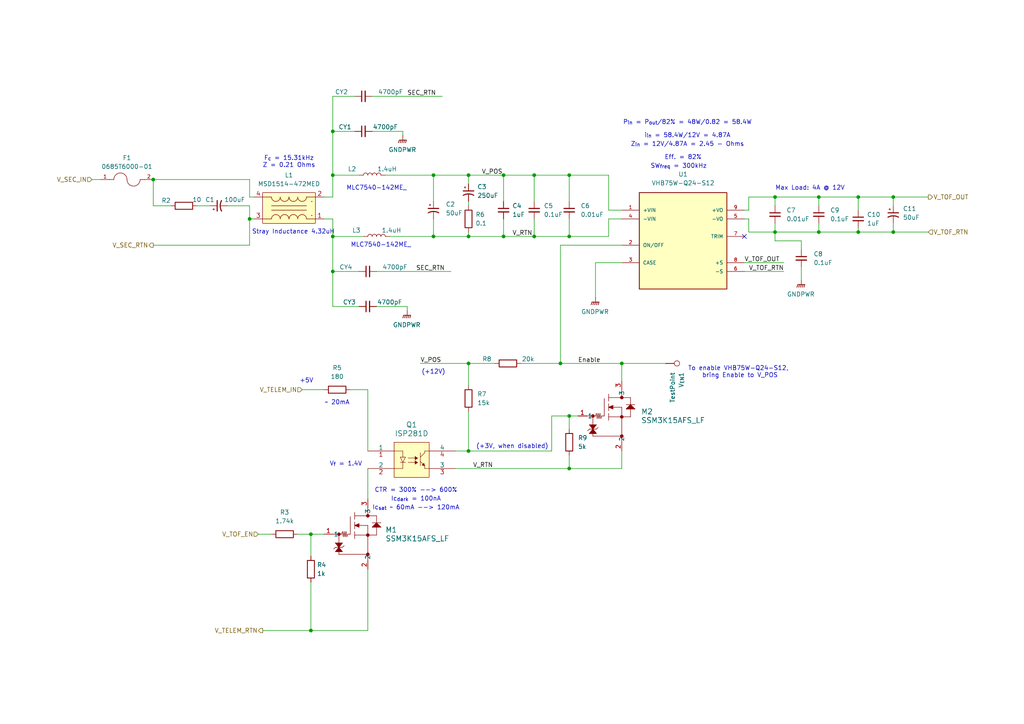
<source format=kicad_sch>
(kicad_sch
	(version 20250114)
	(generator "eeschema")
	(generator_version "9.0")
	(uuid "50097488-e5f0-40f1-9b9f-73342c4590ef")
	(paper "A4")
	(lib_symbols
		(symbol "Advanced_Energy:VHB75W-Q24-S12"
			(pin_names
				(offset 1.016)
			)
			(exclude_from_sim no)
			(in_bom yes)
			(on_board yes)
			(property "Reference" "U"
				(at -12.7254 13.9954 0)
				(effects
					(font
						(size 1.27 1.27)
					)
					(justify left bottom)
				)
			)
			(property "Value" "VHB75W-Q24-S12"
				(at -12.7508 -16.5608 0)
				(effects
					(font
						(size 1.27 1.27)
					)
					(justify left bottom)
				)
			)
			(property "Footprint" "CONV_VHB75W-Q24-S12"
				(at 0 0 0)
				(effects
					(font
						(size 1.27 1.27)
					)
					(justify left bottom)
					(hide yes)
				)
			)
			(property "Datasheet" ""
				(at 0 0 0)
				(effects
					(font
						(size 1.27 1.27)
					)
					(justify left bottom)
					(hide yes)
				)
			)
			(property "Description" ""
				(at 0 0 0)
				(effects
					(font
						(size 1.27 1.27)
					)
					(hide yes)
				)
			)
			(property "PARTREV" "1.06"
				(at 0 0 0)
				(effects
					(font
						(size 1.27 1.27)
					)
					(justify left bottom)
					(hide yes)
				)
			)
			(property "MANUFACTURER" "CUI INC"
				(at 0 0 0)
				(effects
					(font
						(size 1.27 1.27)
					)
					(justify left bottom)
					(hide yes)
				)
			)
			(property "STANDARD" "MANUFACTURER RECOMMENDATIONS"
				(at 0 0 0)
				(effects
					(font
						(size 1.27 1.27)
					)
					(justify left bottom)
					(hide yes)
				)
			)
			(property "ki_locked" ""
				(at 0 0 0)
				(effects
					(font
						(size 1.27 1.27)
					)
				)
			)
			(symbol "VHB75W-Q24-S12_0_0"
				(rectangle
					(start -12.7 -15.24)
					(end 12.7 12.7)
					(stroke
						(width 0.254)
						(type solid)
					)
					(fill
						(type background)
					)
				)
				(pin input line
					(at -17.78 7.62 0)
					(length 5.08)
					(name "+VIN"
						(effects
							(font
								(size 1.016 1.016)
							)
						)
					)
					(number "1"
						(effects
							(font
								(size 1.016 1.016)
							)
						)
					)
				)
				(pin input line
					(at -17.78 5.08 0)
					(length 5.08)
					(name "-VIN"
						(effects
							(font
								(size 1.016 1.016)
							)
						)
					)
					(number "4"
						(effects
							(font
								(size 1.016 1.016)
							)
						)
					)
				)
				(pin input line
					(at -17.78 -2.54 0)
					(length 5.08)
					(name "ON/OFF"
						(effects
							(font
								(size 1.016 1.016)
							)
						)
					)
					(number "2"
						(effects
							(font
								(size 1.016 1.016)
							)
						)
					)
				)
				(pin passive line
					(at -17.78 -7.62 0)
					(length 5.08)
					(name "CASE"
						(effects
							(font
								(size 1.016 1.016)
							)
						)
					)
					(number "3"
						(effects
							(font
								(size 1.016 1.016)
							)
						)
					)
				)
				(pin output line
					(at 17.78 7.62 180)
					(length 5.08)
					(name "+VO"
						(effects
							(font
								(size 1.016 1.016)
							)
						)
					)
					(number "9"
						(effects
							(font
								(size 1.016 1.016)
							)
						)
					)
				)
				(pin output line
					(at 17.78 5.08 180)
					(length 5.08)
					(name "-VO"
						(effects
							(font
								(size 1.016 1.016)
							)
						)
					)
					(number "5"
						(effects
							(font
								(size 1.016 1.016)
							)
						)
					)
				)
				(pin passive line
					(at 17.78 0 180)
					(length 5.08)
					(name "TRIM"
						(effects
							(font
								(size 1.016 1.016)
							)
						)
					)
					(number "7"
						(effects
							(font
								(size 1.016 1.016)
							)
						)
					)
				)
				(pin output line
					(at 17.78 -7.62 180)
					(length 5.08)
					(name "+S"
						(effects
							(font
								(size 1.016 1.016)
							)
						)
					)
					(number "8"
						(effects
							(font
								(size 1.016 1.016)
							)
						)
					)
				)
				(pin output line
					(at 17.78 -10.16 180)
					(length 5.08)
					(name "-S"
						(effects
							(font
								(size 1.016 1.016)
							)
						)
					)
					(number "6"
						(effects
							(font
								(size 1.016 1.016)
							)
						)
					)
				)
			)
			(embedded_fonts no)
		)
		(symbol "Bel Fuse Inc:0685T6000-01"
			(pin_names
				(offset 1.016)
			)
			(exclude_from_sim no)
			(in_bom yes)
			(on_board yes)
			(property "Reference" "F"
				(at -5.08 2.54 0)
				(effects
					(font
						(size 1.27 1.27)
					)
					(justify left bottom)
				)
			)
			(property "Value" "0685T6000-01"
				(at -5.08 -3.81 0)
				(effects
					(font
						(size 1.27 1.27)
					)
					(justify left bottom)
				)
			)
			(property "Footprint" "0685T6000-01:FUSC3215X83N"
				(at 0 0 0)
				(effects
					(font
						(size 1.27 1.27)
					)
					(justify bottom)
					(hide yes)
				)
			)
			(property "Datasheet" ""
				(at 0 0 0)
				(effects
					(font
						(size 1.27 1.27)
					)
					(hide yes)
				)
			)
			(property "Description" ""
				(at 0 0 0)
				(effects
					(font
						(size 1.27 1.27)
					)
					(hide yes)
				)
			)
			(property "PARTREV" "Jan2019"
				(at 0 0 0)
				(effects
					(font
						(size 1.27 1.27)
					)
					(justify bottom)
					(hide yes)
				)
			)
			(property "STANDARD" "IPC-7351B"
				(at 0 0 0)
				(effects
					(font
						(size 1.27 1.27)
					)
					(justify bottom)
					(hide yes)
				)
			)
			(property "MAXIMUM_PACKAGE_HEIGHT" "0.83mm"
				(at 0 0 0)
				(effects
					(font
						(size 1.27 1.27)
					)
					(justify bottom)
					(hide yes)
				)
			)
			(property "MANUFACTURER" "BELFUSE"
				(at 0 0 0)
				(effects
					(font
						(size 1.27 1.27)
					)
					(justify bottom)
					(hide yes)
				)
			)
			(symbol "0685T6000-01_0_0"
				(polyline
					(pts
						(xy -5.08 0) (xy -3.81 0)
					)
					(stroke
						(width 0.1524)
						(type default)
					)
					(fill
						(type none)
					)
				)
				(arc
					(start -3.81 0)
					(mid -1.905 1.8967)
					(end 0 0)
					(stroke
						(width 0.1524)
						(type default)
					)
					(fill
						(type none)
					)
				)
				(arc
					(start 3.81 0)
					(mid 1.905 -1.8967)
					(end 0 0)
					(stroke
						(width 0.1524)
						(type default)
					)
					(fill
						(type none)
					)
				)
				(polyline
					(pts
						(xy 5.08 0) (xy 3.81 0)
					)
					(stroke
						(width 0.1524)
						(type default)
					)
					(fill
						(type none)
					)
				)
				(pin passive line
					(at -7.62 0 0)
					(length 2.54)
					(name "~"
						(effects
							(font
								(size 1.016 1.016)
							)
						)
					)
					(number "1"
						(effects
							(font
								(size 1.016 1.016)
							)
						)
					)
				)
				(pin passive line
					(at 7.62 0 180)
					(length 2.54)
					(name "~"
						(effects
							(font
								(size 1.016 1.016)
							)
						)
					)
					(number "2"
						(effects
							(font
								(size 1.016 1.016)
							)
						)
					)
				)
			)
			(embedded_fonts no)
		)
		(symbol "CoilCraft:MSD1260T-105"
			(pin_names
				(offset 0)
			)
			(exclude_from_sim no)
			(in_bom yes)
			(on_board yes)
			(property "Reference" "L"
				(at 1.524 10.16 0)
				(effects
					(font
						(size 1.27 1.27)
					)
				)
			)
			(property "Value" ""
				(at 11.43 2.54 0)
				(effects
					(font
						(size 1.27 1.27)
					)
				)
			)
			(property "Footprint" ""
				(at 11.43 2.54 0)
				(effects
					(font
						(size 1.27 1.27)
					)
					(hide yes)
				)
			)
			(property "Datasheet" ""
				(at 11.43 2.54 0)
				(effects
					(font
						(size 1.27 1.27)
					)
					(hide yes)
				)
			)
			(property "Description" ""
				(at 11.43 2.54 0)
				(effects
					(font
						(size 1.27 1.27)
					)
					(hide yes)
				)
			)
			(symbol "MSD1260T-105_0_1"
				(polyline
					(pts
						(xy 2.54 3.81) (xy 12.7 3.81)
					)
					(stroke
						(width 0)
						(type default)
					)
					(fill
						(type none)
					)
				)
				(arc
					(start 3.8101 6.3499)
					(mid 2.912 6.7218)
					(end 2.5401 7.6199)
					(stroke
						(width 0)
						(type default)
					)
					(fill
						(type none)
					)
				)
				(arc
					(start 5.0801 7.6199)
					(mid 4.7081 6.7219)
					(end 3.8101 6.3499)
					(stroke
						(width 0)
						(type default)
					)
					(fill
						(type none)
					)
				)
				(arc
					(start 2.54 1.27)
					(mid 2.912 2.168)
					(end 3.81 2.54)
					(stroke
						(width 0)
						(type default)
					)
					(fill
						(type none)
					)
				)
				(arc
					(start 3.81 2.54)
					(mid 4.708 2.168)
					(end 5.08 1.27)
					(stroke
						(width 0)
						(type default)
					)
					(fill
						(type none)
					)
				)
				(arc
					(start 6.3501 6.3499)
					(mid 5.452 6.7218)
					(end 5.0801 7.6199)
					(stroke
						(width 0)
						(type default)
					)
					(fill
						(type none)
					)
				)
				(arc
					(start 7.6201 7.6199)
					(mid 7.2481 6.7219)
					(end 6.3501 6.3499)
					(stroke
						(width 0)
						(type default)
					)
					(fill
						(type none)
					)
				)
				(arc
					(start 5.08 1.27)
					(mid 5.452 2.168)
					(end 6.35 2.54)
					(stroke
						(width 0)
						(type default)
					)
					(fill
						(type none)
					)
				)
				(arc
					(start 6.35 2.54)
					(mid 7.248 2.168)
					(end 7.62 1.27)
					(stroke
						(width 0)
						(type default)
					)
					(fill
						(type none)
					)
				)
				(arc
					(start 8.8901 6.3499)
					(mid 7.992 6.7218)
					(end 7.6201 7.6199)
					(stroke
						(width 0)
						(type default)
					)
					(fill
						(type none)
					)
				)
				(arc
					(start 10.1601 7.6199)
					(mid 9.7881 6.7219)
					(end 8.8901 6.3499)
					(stroke
						(width 0)
						(type default)
					)
					(fill
						(type none)
					)
				)
				(arc
					(start 7.62 1.27)
					(mid 7.992 2.168)
					(end 8.89 2.54)
					(stroke
						(width 0)
						(type default)
					)
					(fill
						(type none)
					)
				)
				(arc
					(start 8.89 2.54)
					(mid 9.788 2.168)
					(end 10.16 1.27)
					(stroke
						(width 0)
						(type default)
					)
					(fill
						(type none)
					)
				)
				(arc
					(start 11.4301 6.3499)
					(mid 10.532 6.7218)
					(end 10.1601 7.6199)
					(stroke
						(width 0)
						(type default)
					)
					(fill
						(type none)
					)
				)
				(arc
					(start 12.7001 7.6199)
					(mid 12.3281 6.7219)
					(end 11.4301 6.3499)
					(stroke
						(width 0)
						(type default)
					)
					(fill
						(type none)
					)
				)
				(arc
					(start 10.16 1.27)
					(mid 10.532 2.168)
					(end 11.43 2.54)
					(stroke
						(width 0)
						(type default)
					)
					(fill
						(type none)
					)
				)
				(arc
					(start 11.43 2.54)
					(mid 12.328 2.168)
					(end 12.7 1.27)
					(stroke
						(width 0)
						(type default)
					)
					(fill
						(type none)
					)
				)
			)
			(symbol "MSD1260T-105_1_1"
				(rectangle
					(start 0 8.89)
					(end 15.24 0)
					(stroke
						(width 0)
						(type default)
					)
					(fill
						(type background)
					)
				)
				(polyline
					(pts
						(xy 2.54 7.62) (xy 0 7.62)
					)
					(stroke
						(width 0)
						(type default)
					)
					(fill
						(type none)
					)
				)
				(polyline
					(pts
						(xy 2.54 5.08) (xy 12.7 5.08)
					)
					(stroke
						(width 0)
						(type default)
					)
					(fill
						(type none)
					)
				)
				(polyline
					(pts
						(xy 2.54 1.27) (xy 0 1.27)
					)
					(stroke
						(width 0)
						(type default)
					)
					(fill
						(type none)
					)
				)
				(polyline
					(pts
						(xy 12.7 7.62) (xy 15.24 7.62)
					)
					(stroke
						(width 0)
						(type default)
					)
					(fill
						(type none)
					)
				)
				(polyline
					(pts
						(xy 12.7 1.27) (xy 15.24 1.27)
					)
					(stroke
						(width 0)
						(type default)
					)
					(fill
						(type none)
					)
				)
				(text "."
					(at 1.016 6.858 0)
					(effects
						(font
							(size 1.27 1.27)
						)
					)
				)
				(text "."
					(at 1.016 2.794 0)
					(effects
						(font
							(size 1.27 1.27)
						)
					)
				)
				(pin input line
					(at -2.54 7.62 0)
					(length 2.54)
					(name ""
						(effects
							(font
								(size 1.27 1.27)
							)
						)
					)
					(number "2"
						(effects
							(font
								(size 1.27 1.27)
							)
						)
					)
				)
				(pin input line
					(at -2.54 1.27 0)
					(length 2.54)
					(name ""
						(effects
							(font
								(size 1.27 1.27)
							)
						)
					)
					(number "1"
						(effects
							(font
								(size 1.27 1.27)
							)
						)
					)
				)
				(pin input line
					(at 17.78 7.62 180)
					(length 2.54)
					(name ""
						(effects
							(font
								(size 1.27 1.27)
							)
						)
					)
					(number "4"
						(effects
							(font
								(size 1.27 1.27)
							)
						)
					)
				)
				(pin input line
					(at 17.78 1.27 180)
					(length 2.54)
					(name ""
						(effects
							(font
								(size 1.27 1.27)
							)
						)
					)
					(number "3"
						(effects
							(font
								(size 1.27 1.27)
							)
						)
					)
				)
			)
			(embedded_fonts no)
		)
		(symbol "Connector:TestPoint"
			(pin_numbers
				(hide yes)
			)
			(pin_names
				(offset 0.762)
				(hide yes)
			)
			(exclude_from_sim no)
			(in_bom yes)
			(on_board yes)
			(property "Reference" "TP"
				(at 0 6.858 0)
				(effects
					(font
						(size 1.27 1.27)
					)
				)
			)
			(property "Value" "TestPoint"
				(at 0 5.08 0)
				(effects
					(font
						(size 1.27 1.27)
					)
				)
			)
			(property "Footprint" ""
				(at 5.08 0 0)
				(effects
					(font
						(size 1.27 1.27)
					)
					(hide yes)
				)
			)
			(property "Datasheet" "~"
				(at 5.08 0 0)
				(effects
					(font
						(size 1.27 1.27)
					)
					(hide yes)
				)
			)
			(property "Description" "test point"
				(at 0 0 0)
				(effects
					(font
						(size 1.27 1.27)
					)
					(hide yes)
				)
			)
			(property "ki_keywords" "test point tp"
				(at 0 0 0)
				(effects
					(font
						(size 1.27 1.27)
					)
					(hide yes)
				)
			)
			(property "ki_fp_filters" "Pin* Test*"
				(at 0 0 0)
				(effects
					(font
						(size 1.27 1.27)
					)
					(hide yes)
				)
			)
			(symbol "TestPoint_0_1"
				(circle
					(center 0 3.302)
					(radius 0.762)
					(stroke
						(width 0)
						(type default)
					)
					(fill
						(type none)
					)
				)
			)
			(symbol "TestPoint_1_1"
				(pin passive line
					(at 0 0 90)
					(length 2.54)
					(name "1"
						(effects
							(font
								(size 1.27 1.27)
							)
						)
					)
					(number "1"
						(effects
							(font
								(size 1.27 1.27)
							)
						)
					)
				)
			)
			(embedded_fonts no)
		)
		(symbol "Device:C_Polarized_Small_US"
			(pin_numbers
				(hide yes)
			)
			(pin_names
				(offset 0.254)
				(hide yes)
			)
			(exclude_from_sim no)
			(in_bom yes)
			(on_board yes)
			(property "Reference" "C"
				(at 0.254 1.778 0)
				(effects
					(font
						(size 1.27 1.27)
					)
					(justify left)
				)
			)
			(property "Value" "C_Polarized_Small_US"
				(at 0.254 -2.032 0)
				(effects
					(font
						(size 1.27 1.27)
					)
					(justify left)
				)
			)
			(property "Footprint" ""
				(at 0 0 0)
				(effects
					(font
						(size 1.27 1.27)
					)
					(hide yes)
				)
			)
			(property "Datasheet" "~"
				(at 0 0 0)
				(effects
					(font
						(size 1.27 1.27)
					)
					(hide yes)
				)
			)
			(property "Description" "Polarized capacitor, small US symbol"
				(at 0 0 0)
				(effects
					(font
						(size 1.27 1.27)
					)
					(hide yes)
				)
			)
			(property "ki_keywords" "cap capacitor"
				(at 0 0 0)
				(effects
					(font
						(size 1.27 1.27)
					)
					(hide yes)
				)
			)
			(property "ki_fp_filters" "CP_*"
				(at 0 0 0)
				(effects
					(font
						(size 1.27 1.27)
					)
					(hide yes)
				)
			)
			(symbol "C_Polarized_Small_US_0_1"
				(polyline
					(pts
						(xy -1.524 0.508) (xy 1.524 0.508)
					)
					(stroke
						(width 0.3048)
						(type default)
					)
					(fill
						(type none)
					)
				)
				(polyline
					(pts
						(xy -1.27 1.524) (xy -0.762 1.524)
					)
					(stroke
						(width 0)
						(type default)
					)
					(fill
						(type none)
					)
				)
				(polyline
					(pts
						(xy -1.016 1.27) (xy -1.016 1.778)
					)
					(stroke
						(width 0)
						(type default)
					)
					(fill
						(type none)
					)
				)
				(arc
					(start -1.524 -0.762)
					(mid 0 -0.3734)
					(end 1.524 -0.762)
					(stroke
						(width 0.3048)
						(type default)
					)
					(fill
						(type none)
					)
				)
			)
			(symbol "C_Polarized_Small_US_1_1"
				(pin passive line
					(at 0 2.54 270)
					(length 2.032)
					(name "~"
						(effects
							(font
								(size 1.27 1.27)
							)
						)
					)
					(number "1"
						(effects
							(font
								(size 1.27 1.27)
							)
						)
					)
				)
				(pin passive line
					(at 0 -2.54 90)
					(length 2.032)
					(name "~"
						(effects
							(font
								(size 1.27 1.27)
							)
						)
					)
					(number "2"
						(effects
							(font
								(size 1.27 1.27)
							)
						)
					)
				)
			)
			(embedded_fonts no)
		)
		(symbol "Device:C_Small"
			(pin_numbers
				(hide yes)
			)
			(pin_names
				(offset 0.254)
				(hide yes)
			)
			(exclude_from_sim no)
			(in_bom yes)
			(on_board yes)
			(property "Reference" "C"
				(at 0.254 1.778 0)
				(effects
					(font
						(size 1.27 1.27)
					)
					(justify left)
				)
			)
			(property "Value" "C_Small"
				(at 0.254 -2.032 0)
				(effects
					(font
						(size 1.27 1.27)
					)
					(justify left)
				)
			)
			(property "Footprint" ""
				(at 0 0 0)
				(effects
					(font
						(size 1.27 1.27)
					)
					(hide yes)
				)
			)
			(property "Datasheet" "~"
				(at 0 0 0)
				(effects
					(font
						(size 1.27 1.27)
					)
					(hide yes)
				)
			)
			(property "Description" "Unpolarized capacitor, small symbol"
				(at 0 0 0)
				(effects
					(font
						(size 1.27 1.27)
					)
					(hide yes)
				)
			)
			(property "ki_keywords" "capacitor cap"
				(at 0 0 0)
				(effects
					(font
						(size 1.27 1.27)
					)
					(hide yes)
				)
			)
			(property "ki_fp_filters" "C_*"
				(at 0 0 0)
				(effects
					(font
						(size 1.27 1.27)
					)
					(hide yes)
				)
			)
			(symbol "C_Small_0_1"
				(polyline
					(pts
						(xy -1.524 0.508) (xy 1.524 0.508)
					)
					(stroke
						(width 0.3048)
						(type default)
					)
					(fill
						(type none)
					)
				)
				(polyline
					(pts
						(xy -1.524 -0.508) (xy 1.524 -0.508)
					)
					(stroke
						(width 0.3302)
						(type default)
					)
					(fill
						(type none)
					)
				)
			)
			(symbol "C_Small_1_1"
				(pin passive line
					(at 0 2.54 270)
					(length 2.032)
					(name "~"
						(effects
							(font
								(size 1.27 1.27)
							)
						)
					)
					(number "1"
						(effects
							(font
								(size 1.27 1.27)
							)
						)
					)
				)
				(pin passive line
					(at 0 -2.54 90)
					(length 2.032)
					(name "~"
						(effects
							(font
								(size 1.27 1.27)
							)
						)
					)
					(number "2"
						(effects
							(font
								(size 1.27 1.27)
							)
						)
					)
				)
			)
			(embedded_fonts no)
		)
		(symbol "Device:L"
			(pin_numbers
				(hide yes)
			)
			(pin_names
				(offset 1.016)
				(hide yes)
			)
			(exclude_from_sim no)
			(in_bom yes)
			(on_board yes)
			(property "Reference" "L"
				(at -1.27 0 90)
				(effects
					(font
						(size 1.27 1.27)
					)
				)
			)
			(property "Value" "L"
				(at 1.905 0 90)
				(effects
					(font
						(size 1.27 1.27)
					)
				)
			)
			(property "Footprint" ""
				(at 0 0 0)
				(effects
					(font
						(size 1.27 1.27)
					)
					(hide yes)
				)
			)
			(property "Datasheet" "~"
				(at 0 0 0)
				(effects
					(font
						(size 1.27 1.27)
					)
					(hide yes)
				)
			)
			(property "Description" "Inductor"
				(at 0 0 0)
				(effects
					(font
						(size 1.27 1.27)
					)
					(hide yes)
				)
			)
			(property "ki_keywords" "inductor choke coil reactor magnetic"
				(at 0 0 0)
				(effects
					(font
						(size 1.27 1.27)
					)
					(hide yes)
				)
			)
			(property "ki_fp_filters" "Choke_* *Coil* Inductor_* L_*"
				(at 0 0 0)
				(effects
					(font
						(size 1.27 1.27)
					)
					(hide yes)
				)
			)
			(symbol "L_0_1"
				(arc
					(start 0 2.54)
					(mid 0.6323 1.905)
					(end 0 1.27)
					(stroke
						(width 0)
						(type default)
					)
					(fill
						(type none)
					)
				)
				(arc
					(start 0 1.27)
					(mid 0.6323 0.635)
					(end 0 0)
					(stroke
						(width 0)
						(type default)
					)
					(fill
						(type none)
					)
				)
				(arc
					(start 0 0)
					(mid 0.6323 -0.635)
					(end 0 -1.27)
					(stroke
						(width 0)
						(type default)
					)
					(fill
						(type none)
					)
				)
				(arc
					(start 0 -1.27)
					(mid 0.6323 -1.905)
					(end 0 -2.54)
					(stroke
						(width 0)
						(type default)
					)
					(fill
						(type none)
					)
				)
			)
			(symbol "L_1_1"
				(pin passive line
					(at 0 3.81 270)
					(length 1.27)
					(name "1"
						(effects
							(font
								(size 1.27 1.27)
							)
						)
					)
					(number "1"
						(effects
							(font
								(size 1.27 1.27)
							)
						)
					)
				)
				(pin passive line
					(at 0 -3.81 90)
					(length 1.27)
					(name "2"
						(effects
							(font
								(size 1.27 1.27)
							)
						)
					)
					(number "2"
						(effects
							(font
								(size 1.27 1.27)
							)
						)
					)
				)
			)
			(embedded_fonts no)
		)
		(symbol "Device:R"
			(pin_numbers
				(hide yes)
			)
			(pin_names
				(offset 0)
			)
			(exclude_from_sim no)
			(in_bom yes)
			(on_board yes)
			(property "Reference" "R"
				(at 2.032 0 90)
				(effects
					(font
						(size 1.27 1.27)
					)
				)
			)
			(property "Value" "R"
				(at 0 0 90)
				(effects
					(font
						(size 1.27 1.27)
					)
				)
			)
			(property "Footprint" ""
				(at -1.778 0 90)
				(effects
					(font
						(size 1.27 1.27)
					)
					(hide yes)
				)
			)
			(property "Datasheet" "~"
				(at 0 0 0)
				(effects
					(font
						(size 1.27 1.27)
					)
					(hide yes)
				)
			)
			(property "Description" "Resistor"
				(at 0 0 0)
				(effects
					(font
						(size 1.27 1.27)
					)
					(hide yes)
				)
			)
			(property "ki_keywords" "R res resistor"
				(at 0 0 0)
				(effects
					(font
						(size 1.27 1.27)
					)
					(hide yes)
				)
			)
			(property "ki_fp_filters" "R_*"
				(at 0 0 0)
				(effects
					(font
						(size 1.27 1.27)
					)
					(hide yes)
				)
			)
			(symbol "R_0_1"
				(rectangle
					(start -1.016 -2.54)
					(end 1.016 2.54)
					(stroke
						(width 0.254)
						(type default)
					)
					(fill
						(type none)
					)
				)
			)
			(symbol "R_1_1"
				(pin passive line
					(at 0 3.81 270)
					(length 1.27)
					(name "~"
						(effects
							(font
								(size 1.27 1.27)
							)
						)
					)
					(number "1"
						(effects
							(font
								(size 1.27 1.27)
							)
						)
					)
				)
				(pin passive line
					(at 0 -3.81 90)
					(length 1.27)
					(name "~"
						(effects
							(font
								(size 1.27 1.27)
							)
						)
					)
					(number "2"
						(effects
							(font
								(size 1.27 1.27)
							)
						)
					)
				)
			)
			(embedded_fonts no)
		)
		(symbol "ISOCOM:ISP281D"
			(pin_names
				(offset 0)
			)
			(exclude_from_sim no)
			(in_bom yes)
			(on_board yes)
			(property "Reference" "Q"
				(at 8.89 7.366 0)
				(effects
					(font
						(size 1.524 1.524)
					)
				)
			)
			(property "Value" "ISP281D"
				(at 12.446 4.572 0)
				(effects
					(font
						(size 1.524 1.524)
					)
				)
			)
			(property "Footprint" "ISP281D_ISO"
				(at 0 0 0)
				(effects
					(font
						(size 1.27 1.27)
						(italic yes)
					)
					(hide yes)
				)
			)
			(property "Datasheet" "ISP281D"
				(at 0 0 0)
				(effects
					(font
						(size 1.27 1.27)
						(italic yes)
					)
					(hide yes)
				)
			)
			(property "Description" ""
				(at 0 0 0)
				(effects
					(font
						(size 1.27 1.27)
					)
					(hide yes)
				)
			)
			(property "ki_keywords" "ISP281D"
				(at 0 0 0)
				(effects
					(font
						(size 1.27 1.27)
					)
					(hide yes)
				)
			)
			(property "ki_fp_filters" "ISP281D_ISO ISP281D_ISO-M ISP281D_ISO-L"
				(at 0 0 0)
				(effects
					(font
						(size 1.27 1.27)
					)
					(hide yes)
				)
			)
			(symbol "ISP281D_0_1"
				(polyline
					(pts
						(xy 9.398 -1.778) (xy 10.16 -3.302)
					)
					(stroke
						(width 0.127)
						(type default)
					)
					(fill
						(type none)
					)
				)
				(polyline
					(pts
						(xy 9.398 -3.302) (xy 10.922 -3.302)
					)
					(stroke
						(width 0.127)
						(type default)
					)
					(fill
						(type none)
					)
				)
				(polyline
					(pts
						(xy 10.16 0) (xy 7.62 0)
					)
					(stroke
						(width 0.127)
						(type default)
					)
					(fill
						(type none)
					)
				)
				(polyline
					(pts
						(xy 10.16 0) (xy 10.16 -1.778)
					)
					(stroke
						(width 0.127)
						(type default)
					)
					(fill
						(type none)
					)
				)
				(polyline
					(pts
						(xy 10.16 -3.302) (xy 10.16 -5.08)
					)
					(stroke
						(width 0.127)
						(type default)
					)
					(fill
						(type none)
					)
				)
				(polyline
					(pts
						(xy 10.16 -3.302) (xy 10.922 -1.778)
					)
					(stroke
						(width 0.127)
						(type default)
					)
					(fill
						(type none)
					)
				)
				(polyline
					(pts
						(xy 10.16 -5.08) (xy 7.62 -5.08)
					)
					(stroke
						(width 0.127)
						(type default)
					)
					(fill
						(type none)
					)
				)
				(polyline
					(pts
						(xy 10.922 -1.778) (xy 9.398 -1.778)
					)
					(stroke
						(width 0.127)
						(type default)
					)
					(fill
						(type none)
					)
				)
				(polyline
					(pts
						(xy 11.684 -2.032) (xy 13.716 -2.032)
					)
					(stroke
						(width 0.127)
						(type default)
					)
					(fill
						(type none)
					)
				)
				(polyline
					(pts
						(xy 11.684 -3.302) (xy 13.716 -3.302)
					)
					(stroke
						(width 0.127)
						(type default)
					)
					(fill
						(type none)
					)
				)
				(polyline
					(pts
						(xy 13.716 -1.524) (xy 13.716 -2.54) (xy 14.478 -2.032)
					)
					(stroke
						(width 0)
						(type default)
					)
					(fill
						(type outline)
					)
				)
				(polyline
					(pts
						(xy 13.716 -2.794) (xy 13.716 -3.81) (xy 14.478 -3.302)
					)
					(stroke
						(width 0)
						(type default)
					)
					(fill
						(type outline)
					)
				)
				(polyline
					(pts
						(xy 15.24 -1.778) (xy 16.51 -0.508)
					)
					(stroke
						(width 0.127)
						(type default)
					)
					(fill
						(type none)
					)
				)
				(polyline
					(pts
						(xy 15.24 -3.048) (xy 16.002 -3.81)
					)
					(stroke
						(width 0.127)
						(type default)
					)
					(fill
						(type none)
					)
				)
				(polyline
					(pts
						(xy 15.24 -4.318) (xy 15.24 -0.508)
					)
					(stroke
						(width 0.127)
						(type default)
					)
					(fill
						(type none)
					)
				)
				(polyline
					(pts
						(xy 16.4717 -4.3107) (xy 15.748 -4.064) (xy 16.256 -3.556) (xy 16.51 -4.318)
					)
					(stroke
						(width 0)
						(type default)
					)
					(fill
						(type outline)
					)
				)
				(polyline
					(pts
						(xy 16.51 0) (xy 17.78 0)
					)
					(stroke
						(width 0.127)
						(type default)
					)
					(fill
						(type none)
					)
				)
				(polyline
					(pts
						(xy 16.51 -0.508) (xy 16.51 0)
					)
					(stroke
						(width 0.127)
						(type default)
					)
					(fill
						(type none)
					)
				)
				(polyline
					(pts
						(xy 16.51 -4.318) (xy 16.51 -5.08)
					)
					(stroke
						(width 0.127)
						(type default)
					)
					(fill
						(type none)
					)
				)
				(polyline
					(pts
						(xy 17.78 -5.08) (xy 16.51 -5.08)
					)
					(stroke
						(width 0.127)
						(type default)
					)
					(fill
						(type none)
					)
				)
				(pin unspecified line
					(at 0 0 0)
					(length 7.62)
					(name "1"
						(effects
							(font
								(size 1.27 1.27)
							)
						)
					)
					(number "1"
						(effects
							(font
								(size 1.27 1.27)
							)
						)
					)
				)
				(pin unspecified line
					(at 0 -5.08 0)
					(length 7.62)
					(name "2"
						(effects
							(font
								(size 1.27 1.27)
							)
						)
					)
					(number "2"
						(effects
							(font
								(size 1.27 1.27)
							)
						)
					)
				)
				(pin unspecified line
					(at 25.4 0 180)
					(length 7.62)
					(name "4"
						(effects
							(font
								(size 1.27 1.27)
							)
						)
					)
					(number "4"
						(effects
							(font
								(size 1.27 1.27)
							)
						)
					)
				)
				(pin unspecified line
					(at 25.4 -5.08 180)
					(length 7.62)
					(name "3"
						(effects
							(font
								(size 1.27 1.27)
							)
						)
					)
					(number "3"
						(effects
							(font
								(size 1.27 1.27)
							)
						)
					)
				)
			)
			(symbol "ISP281D_1_1"
				(rectangle
					(start 7.62 2.54)
					(end 17.78 -7.62)
					(stroke
						(width 0)
						(type default)
					)
					(fill
						(type background)
					)
				)
			)
			(embedded_fonts no)
		)
		(symbol "Toshiba_Semiconductor:SSM3K15AFS_LF"
			(pin_names
				(offset 0.254)
			)
			(exclude_from_sim no)
			(in_bom yes)
			(on_board yes)
			(property "Reference" "MOSFET"
				(at 0 0 0)
				(effects
					(font
						(size 1.524 1.524)
					)
				)
			)
			(property "Value" "SSM3K15AFS_LF"
				(at 0 0 0)
				(effects
					(font
						(size 1.524 1.524)
					)
				)
			)
			(property "Footprint" "SSM_TOS"
				(at 0 0 0)
				(effects
					(font
						(size 1.27 1.27)
						(italic yes)
					)
					(hide yes)
				)
			)
			(property "Datasheet" "SSM3K15AFS_LF"
				(at 0 0 0)
				(effects
					(font
						(size 1.27 1.27)
						(italic yes)
					)
					(hide yes)
				)
			)
			(property "Description" ""
				(at 0 0 0)
				(effects
					(font
						(size 1.27 1.27)
					)
					(hide yes)
				)
			)
			(property "ki_locked" ""
				(at 0 0 0)
				(effects
					(font
						(size 1.27 1.27)
					)
				)
			)
			(property "ki_keywords" "SSM3K15AFS,LF"
				(at 0 0 0)
				(effects
					(font
						(size 1.27 1.27)
					)
					(hide yes)
				)
			)
			(property "ki_fp_filters" "SSM_TOS SSM_TOS-M SSM_TOS-L"
				(at 0 0 0)
				(effects
					(font
						(size 1.27 1.27)
					)
					(hide yes)
				)
			)
			(symbol "SSM3K15AFS_LF_0_1"
				(polyline
					(pts
						(xy 0 -7.62) (xy 2.54 -7.62)
					)
					(stroke
						(width 0.1524)
						(type default)
					)
					(fill
						(type none)
					)
				)
				(polyline
					(pts
						(xy 0.762 -10.16) (xy 1.778 -11.43)
					)
					(stroke
						(width 0.1524)
						(type default)
					)
					(fill
						(type none)
					)
				)
				(polyline
					(pts
						(xy 0.762 -10.16) (xy 1.778 -11.43) (xy 0.762 -12.7) (xy 2.794 -12.7) (xy 1.778 -11.43) (xy 2.794 -10.16)
					)
					(stroke
						(width 0)
						(type default)
					)
					(fill
						(type outline)
					)
				)
				(polyline
					(pts
						(xy 0.762 -11.43) (xy 0.254 -11.938)
					)
					(stroke
						(width 0.1524)
						(type default)
					)
					(fill
						(type none)
					)
				)
				(polyline
					(pts
						(xy 0.762 -11.43) (xy 2.794 -11.43)
					)
					(stroke
						(width 0.1524)
						(type default)
					)
					(fill
						(type none)
					)
				)
				(polyline
					(pts
						(xy 0.762 -12.7) (xy 2.794 -12.7)
					)
					(stroke
						(width 0.1524)
						(type default)
					)
					(fill
						(type none)
					)
				)
				(polyline
					(pts
						(xy 1.778 -7.62) (xy 1.778 -10.16)
					)
					(stroke
						(width 0.1524)
						(type default)
					)
					(fill
						(type none)
					)
				)
				(circle
					(center 1.778 -7.62)
					(radius 0.254)
					(stroke
						(width 0.508)
						(type default)
					)
					(fill
						(type none)
					)
				)
				(polyline
					(pts
						(xy 1.778 -11.43) (xy 0.762 -12.7)
					)
					(stroke
						(width 0.1524)
						(type default)
					)
					(fill
						(type none)
					)
				)
				(polyline
					(pts
						(xy 1.778 -11.43) (xy 2.794 -10.16)
					)
					(stroke
						(width 0.1524)
						(type default)
					)
					(fill
						(type none)
					)
				)
				(polyline
					(pts
						(xy 1.778 -12.7) (xy 1.778 -13.462)
					)
					(stroke
						(width 0.1524)
						(type default)
					)
					(fill
						(type none)
					)
				)
				(polyline
					(pts
						(xy 1.778 -13.462) (xy 10.16 -13.462)
					)
					(stroke
						(width 0.1524)
						(type default)
					)
					(fill
						(type none)
					)
				)
				(polyline
					(pts
						(xy 2.794 -6.858) (xy 2.54 -7.62)
					)
					(stroke
						(width 0.1524)
						(type default)
					)
					(fill
						(type none)
					)
				)
				(polyline
					(pts
						(xy 2.794 -10.16) (xy 0.762 -10.16)
					)
					(stroke
						(width 0.1524)
						(type default)
					)
					(fill
						(type none)
					)
				)
				(polyline
					(pts
						(xy 2.794 -11.43) (xy 3.302 -10.922)
					)
					(stroke
						(width 0.1524)
						(type default)
					)
					(fill
						(type none)
					)
				)
				(polyline
					(pts
						(xy 2.794 -12.7) (xy 1.778 -11.43)
					)
					(stroke
						(width 0.1524)
						(type default)
					)
					(fill
						(type none)
					)
				)
				(polyline
					(pts
						(xy 3.048 -8.382) (xy 2.794 -6.858)
					)
					(stroke
						(width 0.1524)
						(type default)
					)
					(fill
						(type none)
					)
				)
				(polyline
					(pts
						(xy 3.302 -6.858) (xy 3.048 -8.382)
					)
					(stroke
						(width 0.1524)
						(type default)
					)
					(fill
						(type none)
					)
				)
				(polyline
					(pts
						(xy 3.556 -8.382) (xy 3.302 -6.858)
					)
					(stroke
						(width 0.1524)
						(type default)
					)
					(fill
						(type none)
					)
				)
				(polyline
					(pts
						(xy 3.81 -6.858) (xy 3.556 -8.382)
					)
					(stroke
						(width 0.1524)
						(type default)
					)
					(fill
						(type none)
					)
				)
				(polyline
					(pts
						(xy 4.064 -8.382) (xy 3.81 -6.858)
					)
					(stroke
						(width 0.1524)
						(type default)
					)
					(fill
						(type none)
					)
				)
				(polyline
					(pts
						(xy 4.318 -7.62) (xy 4.064 -8.382)
					)
					(stroke
						(width 0.1524)
						(type default)
					)
					(fill
						(type none)
					)
				)
				(polyline
					(pts
						(xy 5.08 -7.62) (xy 4.318 -7.62)
					)
					(stroke
						(width 0.1524)
						(type default)
					)
					(fill
						(type none)
					)
				)
				(polyline
					(pts
						(xy 5.08 -7.62) (xy 5.08 -2.54)
					)
					(stroke
						(width 0.1524)
						(type default)
					)
					(fill
						(type none)
					)
				)
				(polyline
					(pts
						(xy 6.35 -3.302) (xy 6.35 -1.27)
					)
					(stroke
						(width 0.1524)
						(type default)
					)
					(fill
						(type none)
					)
				)
				(polyline
					(pts
						(xy 6.35 -5.08) (xy 7.62 -4.572)
					)
					(stroke
						(width 0.1524)
						(type default)
					)
					(fill
						(type none)
					)
				)
				(polyline
					(pts
						(xy 6.35 -6.096) (xy 6.35 -4.064)
					)
					(stroke
						(width 0.1524)
						(type default)
					)
					(fill
						(type none)
					)
				)
				(polyline
					(pts
						(xy 6.35 -7.874) (xy 12.7 -7.874)
					)
					(stroke
						(width 0.1524)
						(type default)
					)
					(fill
						(type none)
					)
				)
				(polyline
					(pts
						(xy 6.35 -8.89) (xy 6.35 -6.858)
					)
					(stroke
						(width 0.1524)
						(type default)
					)
					(fill
						(type none)
					)
				)
				(polyline
					(pts
						(xy 7.62 -4.572) (xy 7.62 -5.588)
					)
					(stroke
						(width 0.1524)
						(type default)
					)
					(fill
						(type none)
					)
				)
				(polyline
					(pts
						(xy 7.62 -4.572) (xy 6.35 -5.08) (xy 7.62 -5.588)
					)
					(stroke
						(width 0)
						(type default)
					)
					(fill
						(type outline)
					)
				)
				(polyline
					(pts
						(xy 7.62 -5.08) (xy 10.16 -5.08)
					)
					(stroke
						(width 0.1524)
						(type default)
					)
					(fill
						(type none)
					)
				)
				(polyline
					(pts
						(xy 7.62 -5.588) (xy 6.35 -5.08)
					)
					(stroke
						(width 0.1524)
						(type default)
					)
					(fill
						(type none)
					)
				)
				(polyline
					(pts
						(xy 10.16 0) (xy 10.16 -2.286)
					)
					(stroke
						(width 0.1524)
						(type default)
					)
					(fill
						(type none)
					)
				)
				(circle
					(center 10.16 -2.286)
					(radius 0.254)
					(stroke
						(width 0.508)
						(type default)
					)
					(fill
						(type none)
					)
				)
				(polyline
					(pts
						(xy 10.16 -5.08) (xy 10.16 -15.24)
					)
					(stroke
						(width 0.1524)
						(type default)
					)
					(fill
						(type none)
					)
				)
				(circle
					(center 10.16 -7.874)
					(radius 0.254)
					(stroke
						(width 0.508)
						(type default)
					)
					(fill
						(type none)
					)
				)
				(circle
					(center 10.16 -13.462)
					(radius 0.254)
					(stroke
						(width 0.508)
						(type default)
					)
					(fill
						(type none)
					)
				)
				(polyline
					(pts
						(xy 11.43 -4.318) (xy 13.97 -4.318)
					)
					(stroke
						(width 0.1524)
						(type default)
					)
					(fill
						(type none)
					)
				)
				(polyline
					(pts
						(xy 11.43 -5.588) (xy 13.97 -5.588)
					)
					(stroke
						(width 0.1524)
						(type default)
					)
					(fill
						(type none)
					)
				)
				(polyline
					(pts
						(xy 12.7 -2.286) (xy 6.35 -2.286)
					)
					(stroke
						(width 0.1524)
						(type default)
					)
					(fill
						(type none)
					)
				)
				(polyline
					(pts
						(xy 12.7 -4.318) (xy 11.43 -5.588)
					)
					(stroke
						(width 0.1524)
						(type default)
					)
					(fill
						(type none)
					)
				)
				(polyline
					(pts
						(xy 12.7 -4.318) (xy 12.7 -2.286)
					)
					(stroke
						(width 0.1524)
						(type default)
					)
					(fill
						(type none)
					)
				)
				(polyline
					(pts
						(xy 12.7 -4.318) (xy 11.43 -5.588) (xy 13.97 -5.588)
					)
					(stroke
						(width 0)
						(type default)
					)
					(fill
						(type outline)
					)
				)
				(polyline
					(pts
						(xy 12.7 -7.874) (xy 12.7 -5.588)
					)
					(stroke
						(width 0.1524)
						(type default)
					)
					(fill
						(type none)
					)
				)
				(polyline
					(pts
						(xy 13.97 -5.588) (xy 12.7 -4.318)
					)
					(stroke
						(width 0.1524)
						(type default)
					)
					(fill
						(type none)
					)
				)
				(pin unspecified line
					(at -2.54 -7.62 0)
					(length 2.54)
					(name "1"
						(effects
							(font
								(size 1.27 1.27)
							)
						)
					)
					(number "1"
						(effects
							(font
								(size 1.27 1.27)
							)
						)
					)
				)
				(pin unspecified line
					(at 10.16 2.54 270)
					(length 2.54)
					(name "3"
						(effects
							(font
								(size 1.27 1.27)
							)
						)
					)
					(number "3"
						(effects
							(font
								(size 1.27 1.27)
							)
						)
					)
				)
				(pin unspecified line
					(at 10.16 -17.78 90)
					(length 2.54)
					(name "2"
						(effects
							(font
								(size 1.27 1.27)
							)
						)
					)
					(number "2"
						(effects
							(font
								(size 1.27 1.27)
							)
						)
					)
				)
			)
			(embedded_fonts no)
		)
		(symbol "power:GNDPWR"
			(power)
			(pin_numbers
				(hide yes)
			)
			(pin_names
				(offset 0)
				(hide yes)
			)
			(exclude_from_sim no)
			(in_bom yes)
			(on_board yes)
			(property "Reference" "#PWR"
				(at 0 -5.08 0)
				(effects
					(font
						(size 1.27 1.27)
					)
					(hide yes)
				)
			)
			(property "Value" "GNDPWR"
				(at 0 -3.302 0)
				(effects
					(font
						(size 1.27 1.27)
					)
				)
			)
			(property "Footprint" ""
				(at 0 -1.27 0)
				(effects
					(font
						(size 1.27 1.27)
					)
					(hide yes)
				)
			)
			(property "Datasheet" ""
				(at 0 -1.27 0)
				(effects
					(font
						(size 1.27 1.27)
					)
					(hide yes)
				)
			)
			(property "Description" "Power symbol creates a global label with name \"GNDPWR\" , global ground"
				(at 0 0 0)
				(effects
					(font
						(size 1.27 1.27)
					)
					(hide yes)
				)
			)
			(property "ki_keywords" "global ground"
				(at 0 0 0)
				(effects
					(font
						(size 1.27 1.27)
					)
					(hide yes)
				)
			)
			(symbol "GNDPWR_0_1"
				(polyline
					(pts
						(xy -1.016 -1.27) (xy -1.27 -2.032) (xy -1.27 -2.032)
					)
					(stroke
						(width 0.2032)
						(type default)
					)
					(fill
						(type none)
					)
				)
				(polyline
					(pts
						(xy -0.508 -1.27) (xy -0.762 -2.032) (xy -0.762 -2.032)
					)
					(stroke
						(width 0.2032)
						(type default)
					)
					(fill
						(type none)
					)
				)
				(polyline
					(pts
						(xy 0 -1.27) (xy 0 0)
					)
					(stroke
						(width 0)
						(type default)
					)
					(fill
						(type none)
					)
				)
				(polyline
					(pts
						(xy 0 -1.27) (xy -0.254 -2.032) (xy -0.254 -2.032)
					)
					(stroke
						(width 0.2032)
						(type default)
					)
					(fill
						(type none)
					)
				)
				(polyline
					(pts
						(xy 0.508 -1.27) (xy 0.254 -2.032) (xy 0.254 -2.032)
					)
					(stroke
						(width 0.2032)
						(type default)
					)
					(fill
						(type none)
					)
				)
				(polyline
					(pts
						(xy 1.016 -1.27) (xy -1.016 -1.27) (xy -1.016 -1.27)
					)
					(stroke
						(width 0.2032)
						(type default)
					)
					(fill
						(type none)
					)
				)
				(polyline
					(pts
						(xy 1.016 -1.27) (xy 0.762 -2.032) (xy 0.762 -2.032) (xy 0.762 -2.032)
					)
					(stroke
						(width 0.2032)
						(type default)
					)
					(fill
						(type none)
					)
				)
			)
			(symbol "GNDPWR_1_1"
				(pin power_in line
					(at 0 0 270)
					(length 0)
					(name "~"
						(effects
							(font
								(size 1.27 1.27)
							)
						)
					)
					(number "1"
						(effects
							(font
								(size 1.27 1.27)
							)
						)
					)
				)
			)
			(embedded_fonts no)
		)
	)
	(text "SW_{freq} = 300kHz"
		(exclude_from_sim no)
		(at 196.85 48.26 0)
		(effects
			(font
				(size 1.27 1.27)
			)
		)
		(uuid "05b8f060-14fd-496d-8068-cf4c0c5ebb12")
	)
	(text "Eff. = 82%"
		(exclude_from_sim no)
		(at 198.12 45.72 0)
		(effects
			(font
				(size 1.27 1.27)
			)
		)
		(uuid "0cc7acd5-579c-4c6f-985d-5fc4cd88e64a")
	)
	(text "Stray Inductance 4.32uH"
		(exclude_from_sim no)
		(at 85.09 67.31 0)
		(effects
			(font
				(size 1.27 1.27)
			)
		)
		(uuid "1e3a7e91-06a0-4902-9316-36ec42a313f1")
	)
	(text "(+12V)"
		(exclude_from_sim no)
		(at 125.73 107.95 0)
		(effects
			(font
				(size 1.27 1.27)
			)
		)
		(uuid "36d50292-e2b2-4917-96c0-c9d9aabbf94e")
	)
	(text "Max Load: 4A @ 12V"
		(exclude_from_sim no)
		(at 234.95 54.61 0)
		(effects
			(font
				(size 1.27 1.27)
			)
		)
		(uuid "3a37b64b-cd7e-48ff-a54f-67d356408c4c")
	)
	(text "MLC7540-142ME_"
		(exclude_from_sim no)
		(at 110.49 71.12 0)
		(effects
			(font
				(size 1.27 1.27)
			)
		)
		(uuid "3b9fb9bd-0790-4822-bca1-617508c90a64")
	)
	(text "(+3V, when disabled)"
		(exclude_from_sim no)
		(at 148.59 129.54 0)
		(effects
			(font
				(size 1.27 1.27)
			)
		)
		(uuid "5c764854-9d19-4dae-8cfe-676044cc96d9")
	)
	(text "MLC7540-142ME_"
		(exclude_from_sim no)
		(at 109.22 54.61 0)
		(effects
			(font
				(size 1.27 1.27)
			)
		)
		(uuid "7865e002-53a4-41d1-b5ff-9a223405606b")
	)
	(text "+5V"
		(exclude_from_sim no)
		(at 88.9 110.49 0)
		(effects
			(font
				(size 1.27 1.27)
			)
		)
		(uuid "807765eb-aab6-4aa9-863f-f714e4b16194")
	)
	(text "i_{in} = 58.4W/12V = 4.87A"
		(exclude_from_sim no)
		(at 199.39 39.37 0)
		(effects
			(font
				(size 1.27 1.27)
			)
		)
		(uuid "80832ceb-d9cd-42f3-941e-aad73b3f1417")
	)
	(text "F_{c} = 15.31kHz\nZ = 0.21 Ohms"
		(exclude_from_sim no)
		(at 83.82 46.99 0)
		(effects
			(font
				(size 1.27 1.27)
			)
		)
		(uuid "9a1c8789-a1a7-453e-96c6-0254f350ed86")
	)
	(text "Ic_{sat} ~ 60mA --> 120mA"
		(exclude_from_sim no)
		(at 120.65 147.32 0)
		(effects
			(font
				(size 1.27 1.27)
			)
		)
		(uuid "ab725c99-c2da-44de-9bae-e968d933da01")
	)
	(text "Z_{in} = 12V/4.87A = 2.45 - Ohms"
		(exclude_from_sim no)
		(at 199.39 41.91 0)
		(effects
			(font
				(size 1.27 1.27)
			)
		)
		(uuid "b8ec2ef8-85e5-4db6-802a-55296e787695")
	)
	(text "P_{in} = P_{out}/82% = 48W/0.82 = 58.4W"
		(exclude_from_sim no)
		(at 199.39 35.56 0)
		(effects
			(font
				(size 1.27 1.27)
			)
		)
		(uuid "bbdf4e68-3233-4e36-9f14-8c70b1a0da84")
	)
	(text "CTR = 300% --> 600%"
		(exclude_from_sim no)
		(at 120.65 142.24 0)
		(effects
			(font
				(size 1.27 1.27)
			)
		)
		(uuid "c2e2c1b1-4fd6-4a6b-8f65-63aa305fc725")
	)
	(text "V_{f} = 1.4V"
		(exclude_from_sim no)
		(at 100.33 134.62 0)
		(effects
			(font
				(size 1.27 1.27)
			)
		)
		(uuid "c362e94f-91fa-4f84-90eb-b0485c3dd139")
	)
	(text "Ic_{dark} = 100nA"
		(exclude_from_sim no)
		(at 120.65 144.78 0)
		(effects
			(font
				(size 1.27 1.27)
			)
		)
		(uuid "e4ea0144-3718-4ce7-afb8-03aeb952db05")
	)
	(text "To enable VHB75W-Q24-S12, \nbring Enable to V_POS"
		(exclude_from_sim no)
		(at 214.63 107.95 0)
		(effects
			(font
				(size 1.27 1.27)
			)
		)
		(uuid "ef8aaf9f-9dde-4eee-9138-878b4646036f")
	)
	(text "~ 20mA"
		(exclude_from_sim no)
		(at 97.79 116.84 0)
		(effects
			(font
				(size 1.27 1.27)
			)
		)
		(uuid "f88deacd-116b-4304-920f-bcb8092b5154")
	)
	(junction
		(at 237.49 67.31)
		(diameter 0)
		(color 0 0 0 0)
		(uuid "0184aab5-508c-40f2-b5c9-7ce9e0aadced")
	)
	(junction
		(at 96.52 78.74)
		(diameter 0)
		(color 0 0 0 0)
		(uuid "0a5de283-4eaf-4fd5-9307-c90bcc2111e3")
	)
	(junction
		(at 162.56 105.41)
		(diameter 0)
		(color 0 0 0 0)
		(uuid "0b28e310-a34e-4c49-9265-7c9946aaec04")
	)
	(junction
		(at 135.89 130.81)
		(diameter 0)
		(color 0 0 0 0)
		(uuid "0b478fe8-00d7-4b01-b562-f87c7519e94e")
	)
	(junction
		(at 165.1 68.58)
		(diameter 0)
		(color 0 0 0 0)
		(uuid "14016a06-b88d-412f-9082-adb99f3bae6a")
	)
	(junction
		(at 248.92 67.31)
		(diameter 0)
		(color 0 0 0 0)
		(uuid "1501a8fb-7b57-468d-8fcc-5c9fafa17ee7")
	)
	(junction
		(at 237.49 57.15)
		(diameter 0)
		(color 0 0 0 0)
		(uuid "23b8a067-2921-492a-a802-005d60daf7a2")
	)
	(junction
		(at 165.1 50.8)
		(diameter 0)
		(color 0 0 0 0)
		(uuid "27107571-8986-4378-ac33-2734214b4fb5")
	)
	(junction
		(at 135.89 105.41)
		(diameter 0)
		(color 0 0 0 0)
		(uuid "324b32f3-4f26-40c6-af9f-68ffb108df6a")
	)
	(junction
		(at 248.92 57.15)
		(diameter 0)
		(color 0 0 0 0)
		(uuid "3b803ec1-210b-41e2-994b-833d1c65ff5e")
	)
	(junction
		(at 224.79 67.31)
		(diameter 0)
		(color 0 0 0 0)
		(uuid "3bd84a60-e2ef-4b8c-911b-76239ac12334")
	)
	(junction
		(at 154.94 68.58)
		(diameter 0)
		(color 0 0 0 0)
		(uuid "41fc654a-4591-4699-a6d0-710291be06c4")
	)
	(junction
		(at 259.08 57.15)
		(diameter 0)
		(color 0 0 0 0)
		(uuid "5b4be577-58af-4357-bed9-946e20a15427")
	)
	(junction
		(at 259.08 67.31)
		(diameter 0)
		(color 0 0 0 0)
		(uuid "5e4e6ea0-c80b-45a3-8bd1-20ea9f1f6c1b")
	)
	(junction
		(at 96.52 50.8)
		(diameter 0)
		(color 0 0 0 0)
		(uuid "5f62dd2e-e562-4231-8d42-620843532d06")
	)
	(junction
		(at 96.52 68.58)
		(diameter 0)
		(color 0 0 0 0)
		(uuid "69260fc7-1277-46e8-87b6-7ea6823e566c")
	)
	(junction
		(at 125.73 50.8)
		(diameter 0)
		(color 0 0 0 0)
		(uuid "69c7f143-f5d3-4711-acb1-8d2b2fb17f8c")
	)
	(junction
		(at 165.1 120.65)
		(diameter 0)
		(color 0 0 0 0)
		(uuid "6f418a92-5b64-4899-9e99-17acc915f977")
	)
	(junction
		(at 180.34 105.41)
		(diameter 0)
		(color 0 0 0 0)
		(uuid "6fce9443-4ea9-44e6-94fe-f52bbf1df390")
	)
	(junction
		(at 154.94 50.8)
		(diameter 0)
		(color 0 0 0 0)
		(uuid "73eb6f1d-bf32-4605-8acd-e742bc934670")
	)
	(junction
		(at 165.1 135.89)
		(diameter 0)
		(color 0 0 0 0)
		(uuid "809115fe-5687-485b-87c8-11ebb2bec334")
	)
	(junction
		(at 96.52 38.1)
		(diameter 0)
		(color 0 0 0 0)
		(uuid "9ec2f561-9b44-43c2-857e-2c8ba33f78cd")
	)
	(junction
		(at 90.17 154.94)
		(diameter 0)
		(color 0 0 0 0)
		(uuid "a140f709-a0b0-47b2-9f65-77ad56e6f797")
	)
	(junction
		(at 146.05 50.8)
		(diameter 0)
		(color 0 0 0 0)
		(uuid "b3406046-6929-4880-b9e4-3eafe004ef75")
	)
	(junction
		(at 146.05 68.58)
		(diameter 0)
		(color 0 0 0 0)
		(uuid "b742e68d-dc6c-47f8-8c20-ca78c243d33d")
	)
	(junction
		(at 90.17 182.88)
		(diameter 0)
		(color 0 0 0 0)
		(uuid "b9bcdf54-be7a-4f20-8b98-e5d4ecb08f89")
	)
	(junction
		(at 125.73 68.58)
		(diameter 0)
		(color 0 0 0 0)
		(uuid "c8b6871c-8de9-4390-aead-0fd2c9d1c124")
	)
	(junction
		(at 44.45 52.07)
		(diameter 0)
		(color 0 0 0 0)
		(uuid "d3221089-4bff-4a4f-ba66-8aa63551f717")
	)
	(junction
		(at 135.89 50.8)
		(diameter 0)
		(color 0 0 0 0)
		(uuid "defa1c43-d2b9-4e1b-9cc8-db0d440881a1")
	)
	(junction
		(at 72.39 63.5)
		(diameter 0)
		(color 0 0 0 0)
		(uuid "df3b7b0a-e014-4528-a73c-dbe6d3172ccd")
	)
	(junction
		(at 224.79 57.15)
		(diameter 0)
		(color 0 0 0 0)
		(uuid "e5a1f9ba-ff8a-4ee8-97fd-8aaba2c7c672")
	)
	(junction
		(at 135.89 68.58)
		(diameter 0)
		(color 0 0 0 0)
		(uuid "f0276639-00fa-4137-9ae5-6ccd79232bcb")
	)
	(no_connect
		(at 215.9 68.58)
		(uuid "f550ad14-e291-4848-8ac8-25eab2f2421f")
	)
	(wire
		(pts
			(xy 167.64 120.65) (xy 165.1 120.65)
		)
		(stroke
			(width 0)
			(type default)
		)
		(uuid "0048b1d5-dc17-4f09-a19d-62239d3302b9")
	)
	(wire
		(pts
			(xy 96.52 38.1) (xy 96.52 50.8)
		)
		(stroke
			(width 0)
			(type default)
		)
		(uuid "021249ba-5cf7-44bc-a9a8-3dfe5a053750")
	)
	(wire
		(pts
			(xy 165.1 63.5) (xy 165.1 68.58)
		)
		(stroke
			(width 0)
			(type default)
		)
		(uuid "02cf2409-73d5-4330-acfa-b27cb03e34ee")
	)
	(wire
		(pts
			(xy 215.9 63.5) (xy 217.17 63.5)
		)
		(stroke
			(width 0)
			(type default)
		)
		(uuid "0564ef89-aa01-49b3-97f4-bf84a858bfbe")
	)
	(wire
		(pts
			(xy 146.05 50.8) (xy 146.05 58.42)
		)
		(stroke
			(width 0)
			(type default)
		)
		(uuid "05a7e748-d6b7-4f41-8ec6-5947ab4bbe5c")
	)
	(wire
		(pts
			(xy 224.79 69.85) (xy 224.79 67.31)
		)
		(stroke
			(width 0)
			(type default)
		)
		(uuid "08284dc6-600f-4393-8c4b-7625de7e8d6b")
	)
	(wire
		(pts
			(xy 162.56 71.12) (xy 162.56 105.41)
		)
		(stroke
			(width 0)
			(type default)
		)
		(uuid "0933c923-8550-4ba2-a8c2-2e2b269050f6")
	)
	(wire
		(pts
			(xy 248.92 67.31) (xy 259.08 67.31)
		)
		(stroke
			(width 0)
			(type default)
		)
		(uuid "0eb9d84a-1322-41a6-83e1-380b015d89d2")
	)
	(wire
		(pts
			(xy 96.52 68.58) (xy 96.52 78.74)
		)
		(stroke
			(width 0)
			(type default)
		)
		(uuid "11a9bb41-0cdd-40e9-8653-f5619d04280d")
	)
	(wire
		(pts
			(xy 44.45 52.07) (xy 44.45 59.69)
		)
		(stroke
			(width 0)
			(type default)
		)
		(uuid "14bfdacb-25df-47c4-9361-0572c71b75a4")
	)
	(wire
		(pts
			(xy 96.52 50.8) (xy 96.52 57.15)
		)
		(stroke
			(width 0)
			(type default)
		)
		(uuid "16934deb-fef3-46a0-a81f-a037c3f452ac")
	)
	(wire
		(pts
			(xy 215.9 78.74) (xy 227.33 78.74)
		)
		(stroke
			(width 0)
			(type default)
		)
		(uuid "182b7dbe-b6a4-46f0-ac77-6c356f8645ef")
	)
	(wire
		(pts
			(xy 232.41 77.47) (xy 232.41 81.28)
		)
		(stroke
			(width 0)
			(type default)
		)
		(uuid "18ba0884-4582-45f9-98d8-6d7169f39ed1")
	)
	(wire
		(pts
			(xy 44.45 52.07) (xy 72.39 52.07)
		)
		(stroke
			(width 0)
			(type default)
		)
		(uuid "19b9ac5f-d625-4ac2-8cbf-f968129191b7")
	)
	(wire
		(pts
			(xy 217.17 63.5) (xy 217.17 67.31)
		)
		(stroke
			(width 0)
			(type default)
		)
		(uuid "1a873482-425f-41e4-84df-b4e4997db718")
	)
	(wire
		(pts
			(xy 151.13 105.41) (xy 162.56 105.41)
		)
		(stroke
			(width 0)
			(type default)
		)
		(uuid "1ac9c8e2-8e3a-4271-ab14-5cbbc67236ec")
	)
	(wire
		(pts
			(xy 180.34 63.5) (xy 176.53 63.5)
		)
		(stroke
			(width 0)
			(type default)
		)
		(uuid "1cf6445e-9390-4b3f-8257-5083ee6ab915")
	)
	(wire
		(pts
			(xy 237.49 57.15) (xy 248.92 57.15)
		)
		(stroke
			(width 0)
			(type default)
		)
		(uuid "1d753803-2673-4f26-9a85-bebf16bc0cfd")
	)
	(wire
		(pts
			(xy 259.08 64.77) (xy 259.08 67.31)
		)
		(stroke
			(width 0)
			(type default)
		)
		(uuid "1df0de38-39a2-480a-ae1f-ff2585c6d684")
	)
	(wire
		(pts
			(xy 96.52 63.5) (xy 96.52 68.58)
		)
		(stroke
			(width 0)
			(type default)
		)
		(uuid "1f3f39e4-f71a-427c-a4ad-732582642703")
	)
	(wire
		(pts
			(xy 90.17 154.94) (xy 90.17 161.29)
		)
		(stroke
			(width 0)
			(type default)
		)
		(uuid "21723bb4-65d3-40ec-9e48-7d26568f6ddd")
	)
	(wire
		(pts
			(xy 73.66 57.15) (xy 72.39 57.15)
		)
		(stroke
			(width 0)
			(type default)
		)
		(uuid "2441df63-9101-4b73-bfe5-e0b1c565d041")
	)
	(wire
		(pts
			(xy 176.53 68.58) (xy 165.1 68.58)
		)
		(stroke
			(width 0)
			(type default)
		)
		(uuid "2a9edbe6-6e9a-41e7-82f5-1b4259d5136e")
	)
	(wire
		(pts
			(xy 135.89 67.31) (xy 135.89 68.58)
		)
		(stroke
			(width 0)
			(type default)
		)
		(uuid "2d67d180-344a-4bfa-8e3b-68bdf7c3426a")
	)
	(wire
		(pts
			(xy 135.89 130.81) (xy 160.02 130.81)
		)
		(stroke
			(width 0)
			(type default)
		)
		(uuid "2fe0c7c2-1db1-4fc1-a3f2-43ebaa9debf2")
	)
	(wire
		(pts
			(xy 165.1 120.65) (xy 165.1 124.46)
		)
		(stroke
			(width 0)
			(type default)
		)
		(uuid "31fcf623-c445-4c9f-9d7a-c158a69ba5aa")
	)
	(wire
		(pts
			(xy 180.34 76.2) (xy 172.72 76.2)
		)
		(stroke
			(width 0)
			(type default)
		)
		(uuid "36297908-ca07-4da8-97cb-7f7c61cf36dd")
	)
	(wire
		(pts
			(xy 102.87 38.1) (xy 96.52 38.1)
		)
		(stroke
			(width 0)
			(type default)
		)
		(uuid "3642ef49-5792-43eb-b1d7-f9384613f90a")
	)
	(wire
		(pts
			(xy 125.73 50.8) (xy 125.73 58.42)
		)
		(stroke
			(width 0)
			(type default)
		)
		(uuid "37815e3a-7ade-488c-80bc-ba04a3e075ac")
	)
	(wire
		(pts
			(xy 107.95 38.1) (xy 116.84 38.1)
		)
		(stroke
			(width 0)
			(type default)
		)
		(uuid "3afd2009-4a17-4f47-8102-924aeedd3809")
	)
	(wire
		(pts
			(xy 248.92 67.31) (xy 248.92 66.04)
		)
		(stroke
			(width 0)
			(type default)
		)
		(uuid "3def5253-0448-45f9-87bf-863695bd15ee")
	)
	(wire
		(pts
			(xy 160.02 120.65) (xy 160.02 130.81)
		)
		(stroke
			(width 0)
			(type default)
		)
		(uuid "41910214-3ed1-43ba-814f-2b1291995485")
	)
	(wire
		(pts
			(xy 90.17 168.91) (xy 90.17 182.88)
		)
		(stroke
			(width 0)
			(type default)
		)
		(uuid "41ca6f18-4504-42c4-8f0d-9baf12133035")
	)
	(wire
		(pts
			(xy 125.73 50.8) (xy 135.89 50.8)
		)
		(stroke
			(width 0)
			(type default)
		)
		(uuid "454b5c9c-b428-4c41-b0bb-d681d43b9a2a")
	)
	(wire
		(pts
			(xy 96.52 38.1) (xy 96.52 27.94)
		)
		(stroke
			(width 0)
			(type default)
		)
		(uuid "45d4cdb9-91bc-4c0f-9775-09a439c40e50")
	)
	(wire
		(pts
			(xy 106.68 113.03) (xy 106.68 130.81)
		)
		(stroke
			(width 0)
			(type default)
		)
		(uuid "4759f691-d9de-4d6c-bef3-f7c89cd82ec6")
	)
	(wire
		(pts
			(xy 146.05 63.5) (xy 146.05 68.58)
		)
		(stroke
			(width 0)
			(type default)
		)
		(uuid "4b57230e-0f06-4db4-a9a2-88632f825387")
	)
	(wire
		(pts
			(xy 116.84 38.1) (xy 116.84 39.37)
		)
		(stroke
			(width 0)
			(type default)
		)
		(uuid "4cde591d-f985-420d-91cd-7e41405ede0a")
	)
	(wire
		(pts
			(xy 180.34 105.41) (xy 180.34 110.49)
		)
		(stroke
			(width 0)
			(type default)
		)
		(uuid "4eaaac18-4c32-4a1b-aec1-acb86b5f0f24")
	)
	(wire
		(pts
			(xy 217.17 60.96) (xy 217.17 57.15)
		)
		(stroke
			(width 0)
			(type default)
		)
		(uuid "528b696e-9780-4d8b-ab15-907ccff7b0fd")
	)
	(wire
		(pts
			(xy 215.9 76.2) (xy 227.33 76.2)
		)
		(stroke
			(width 0)
			(type default)
		)
		(uuid "52b03eea-8b5d-484a-a227-e5800526d7fd")
	)
	(wire
		(pts
			(xy 113.03 68.58) (xy 125.73 68.58)
		)
		(stroke
			(width 0)
			(type default)
		)
		(uuid "540ca06e-7ca5-4c9d-ad70-945b1d3d29aa")
	)
	(wire
		(pts
			(xy 44.45 71.12) (xy 72.39 71.12)
		)
		(stroke
			(width 0)
			(type default)
		)
		(uuid "55a676aa-79d6-47c1-89a4-f0141b035948")
	)
	(wire
		(pts
			(xy 109.22 88.9) (xy 118.11 88.9)
		)
		(stroke
			(width 0)
			(type default)
		)
		(uuid "564b5170-6ecf-4ecf-8a33-4d55c9a4f034")
	)
	(wire
		(pts
			(xy 165.1 50.8) (xy 165.1 58.42)
		)
		(stroke
			(width 0)
			(type default)
		)
		(uuid "573c38e6-9eed-4aca-9131-d1f4e1605033")
	)
	(wire
		(pts
			(xy 259.08 59.69) (xy 259.08 57.15)
		)
		(stroke
			(width 0)
			(type default)
		)
		(uuid "5792492e-a4a9-48a7-9c56-32fbae10f54e")
	)
	(wire
		(pts
			(xy 135.89 105.41) (xy 143.51 105.41)
		)
		(stroke
			(width 0)
			(type default)
		)
		(uuid "5800d6b6-c1e3-43b1-b037-2fd5b67f4622")
	)
	(wire
		(pts
			(xy 180.34 105.41) (xy 193.04 105.41)
		)
		(stroke
			(width 0)
			(type default)
		)
		(uuid "5fbde087-c6d1-40e9-8c9d-0f8a240eb93a")
	)
	(wire
		(pts
			(xy 135.89 68.58) (xy 146.05 68.58)
		)
		(stroke
			(width 0)
			(type default)
		)
		(uuid "5ffaa708-77e2-445c-bd5a-13099dbdcd60")
	)
	(wire
		(pts
			(xy 111.76 50.8) (xy 125.73 50.8)
		)
		(stroke
			(width 0)
			(type default)
		)
		(uuid "6005c529-1785-4042-9529-ed4374f9104b")
	)
	(wire
		(pts
			(xy 135.89 105.41) (xy 135.89 111.76)
		)
		(stroke
			(width 0)
			(type default)
		)
		(uuid "609958c0-da0f-43bb-b3e0-19864caf3d75")
	)
	(wire
		(pts
			(xy 135.89 58.42) (xy 135.89 59.69)
		)
		(stroke
			(width 0)
			(type default)
		)
		(uuid "622115a3-408a-4221-91f6-05d0bbabcec5")
	)
	(wire
		(pts
			(xy 154.94 50.8) (xy 165.1 50.8)
		)
		(stroke
			(width 0)
			(type default)
		)
		(uuid "6469e66e-69a3-41b9-ba6a-b42aa6108566")
	)
	(wire
		(pts
			(xy 135.89 119.38) (xy 135.89 130.81)
		)
		(stroke
			(width 0)
			(type default)
		)
		(uuid "6691a61c-0016-4b43-a1e2-d86a7befe2db")
	)
	(wire
		(pts
			(xy 125.73 68.58) (xy 135.89 68.58)
		)
		(stroke
			(width 0)
			(type default)
		)
		(uuid "68731291-bcf7-4137-9071-9a4e56223d3e")
	)
	(wire
		(pts
			(xy 135.89 50.8) (xy 146.05 50.8)
		)
		(stroke
			(width 0)
			(type default)
		)
		(uuid "6a252643-fcf1-4860-bd46-9bf62d497bd7")
	)
	(wire
		(pts
			(xy 118.11 88.9) (xy 118.11 90.17)
		)
		(stroke
			(width 0)
			(type default)
		)
		(uuid "6ef77847-e371-4048-a20e-c7b0c2886591")
	)
	(wire
		(pts
			(xy 237.49 57.15) (xy 237.49 59.69)
		)
		(stroke
			(width 0)
			(type default)
		)
		(uuid "6fd6905e-6d99-47bd-832f-761f77a19e6e")
	)
	(wire
		(pts
			(xy 165.1 120.65) (xy 160.02 120.65)
		)
		(stroke
			(width 0)
			(type default)
		)
		(uuid "71c936bd-25de-44d2-ab04-2d07431d25fb")
	)
	(wire
		(pts
			(xy 87.63 113.03) (xy 93.98 113.03)
		)
		(stroke
			(width 0)
			(type default)
		)
		(uuid "7222c8bb-92ba-45bc-aa7a-23135f261a4d")
	)
	(wire
		(pts
			(xy 125.73 63.5) (xy 125.73 68.58)
		)
		(stroke
			(width 0)
			(type default)
		)
		(uuid "7392d48a-c336-4676-8664-36c99aa2a469")
	)
	(wire
		(pts
			(xy 96.52 27.94) (xy 102.87 27.94)
		)
		(stroke
			(width 0)
			(type default)
		)
		(uuid "73e55daa-3be0-495f-8c7b-09f9dd46a3af")
	)
	(wire
		(pts
			(xy 106.68 135.89) (xy 106.68 144.78)
		)
		(stroke
			(width 0)
			(type default)
		)
		(uuid "7526da4b-240b-41cd-99d2-3394ce2c4f8e")
	)
	(wire
		(pts
			(xy 146.05 50.8) (xy 154.94 50.8)
		)
		(stroke
			(width 0)
			(type default)
		)
		(uuid "78bc366e-5e35-4291-96f8-2e16776dc4ad")
	)
	(wire
		(pts
			(xy 66.04 59.69) (xy 72.39 59.69)
		)
		(stroke
			(width 0)
			(type default)
		)
		(uuid "7a4c0d6f-2ec0-43e1-889f-114689b11484")
	)
	(wire
		(pts
			(xy 232.41 69.85) (xy 224.79 69.85)
		)
		(stroke
			(width 0)
			(type default)
		)
		(uuid "7ad0ca31-2719-49ad-bc41-235993a03819")
	)
	(wire
		(pts
			(xy 96.52 78.74) (xy 96.52 88.9)
		)
		(stroke
			(width 0)
			(type default)
		)
		(uuid "7b48f887-f189-4488-bbc8-9afcfca15f2a")
	)
	(wire
		(pts
			(xy 180.34 71.12) (xy 162.56 71.12)
		)
		(stroke
			(width 0)
			(type default)
		)
		(uuid "7cc4835f-fdd4-44ab-b9c6-717f27bf0e71")
	)
	(wire
		(pts
			(xy 106.68 165.1) (xy 106.68 182.88)
		)
		(stroke
			(width 0)
			(type default)
		)
		(uuid "800923af-9749-4916-9dd8-c0f60746beb1")
	)
	(wire
		(pts
			(xy 154.94 50.8) (xy 154.94 58.42)
		)
		(stroke
			(width 0)
			(type default)
		)
		(uuid "8841a1dd-b62f-4b9b-9114-e0d323996ba2")
	)
	(wire
		(pts
			(xy 237.49 64.77) (xy 237.49 67.31)
		)
		(stroke
			(width 0)
			(type default)
		)
		(uuid "885a6ea0-6099-4df7-9b97-22146c8fd79a")
	)
	(wire
		(pts
			(xy 86.36 154.94) (xy 90.17 154.94)
		)
		(stroke
			(width 0)
			(type default)
		)
		(uuid "8ccb4109-f180-485d-8f0e-80b26a5351e8")
	)
	(wire
		(pts
			(xy 224.79 57.15) (xy 237.49 57.15)
		)
		(stroke
			(width 0)
			(type default)
		)
		(uuid "8d932777-0dba-499f-95f1-d01b3d49ec7f")
	)
	(wire
		(pts
			(xy 96.52 78.74) (xy 104.14 78.74)
		)
		(stroke
			(width 0)
			(type default)
		)
		(uuid "8e2ccc88-5f13-4e37-9f6b-7779d9d25754")
	)
	(wire
		(pts
			(xy 259.08 57.15) (xy 269.24 57.15)
		)
		(stroke
			(width 0)
			(type default)
		)
		(uuid "8e62191f-0d30-4f0e-a1a1-fbaf2aeb6ef9")
	)
	(wire
		(pts
			(xy 224.79 64.77) (xy 224.79 67.31)
		)
		(stroke
			(width 0)
			(type default)
		)
		(uuid "917d5a31-5945-4fa7-b7fc-535a80ad9fc0")
	)
	(wire
		(pts
			(xy 74.93 154.94) (xy 78.74 154.94)
		)
		(stroke
			(width 0)
			(type default)
		)
		(uuid "942d2dff-e2b0-4455-9a1f-a581a605d9c0")
	)
	(wire
		(pts
			(xy 180.34 130.81) (xy 180.34 135.89)
		)
		(stroke
			(width 0)
			(type default)
		)
		(uuid "98620ced-bf48-496a-bbc0-7161f9e44f4c")
	)
	(wire
		(pts
			(xy 165.1 68.58) (xy 154.94 68.58)
		)
		(stroke
			(width 0)
			(type default)
		)
		(uuid "98cb426c-52b3-49c4-8fbb-61bab8a346e7")
	)
	(wire
		(pts
			(xy 165.1 135.89) (xy 180.34 135.89)
		)
		(stroke
			(width 0)
			(type default)
		)
		(uuid "9aa8228d-bc35-4e16-8a46-64c4ce116b73")
	)
	(wire
		(pts
			(xy 104.14 88.9) (xy 96.52 88.9)
		)
		(stroke
			(width 0)
			(type default)
		)
		(uuid "9eac91a2-c176-48c9-8698-cf4b33a3f7e7")
	)
	(wire
		(pts
			(xy 105.41 68.58) (xy 96.52 68.58)
		)
		(stroke
			(width 0)
			(type default)
		)
		(uuid "9f38ae7b-7d1c-486a-a465-3cf8e0f24ada")
	)
	(wire
		(pts
			(xy 259.08 57.15) (xy 248.92 57.15)
		)
		(stroke
			(width 0)
			(type default)
		)
		(uuid "a57feee3-4420-45ad-a31f-d1199a50167a")
	)
	(wire
		(pts
			(xy 232.41 72.39) (xy 232.41 69.85)
		)
		(stroke
			(width 0)
			(type default)
		)
		(uuid "a88249e8-0767-4175-87fd-b615d5876f11")
	)
	(wire
		(pts
			(xy 57.15 59.69) (xy 60.96 59.69)
		)
		(stroke
			(width 0)
			(type default)
		)
		(uuid "aac82b55-4b79-4061-9a19-31f10ac35f56")
	)
	(wire
		(pts
			(xy 165.1 132.08) (xy 165.1 135.89)
		)
		(stroke
			(width 0)
			(type default)
		)
		(uuid "aadfb5d0-2283-40ac-b498-bbe6aff007e9")
	)
	(wire
		(pts
			(xy 224.79 67.31) (xy 237.49 67.31)
		)
		(stroke
			(width 0)
			(type default)
		)
		(uuid "aca4edcf-3501-4fd6-85d2-42e32d6c5c71")
	)
	(wire
		(pts
			(xy 135.89 130.81) (xy 132.08 130.81)
		)
		(stroke
			(width 0)
			(type default)
		)
		(uuid "b182f6b5-7d13-4db4-ad08-0b07d183b3f1")
	)
	(wire
		(pts
			(xy 215.9 60.96) (xy 217.17 60.96)
		)
		(stroke
			(width 0)
			(type default)
		)
		(uuid "b400ef22-d1d5-4083-9df7-8e84dd8f7066")
	)
	(wire
		(pts
			(xy 165.1 50.8) (xy 176.53 50.8)
		)
		(stroke
			(width 0)
			(type default)
		)
		(uuid "b55417f9-68aa-4bb4-92c6-2434dae17d7a")
	)
	(wire
		(pts
			(xy 132.08 135.89) (xy 165.1 135.89)
		)
		(stroke
			(width 0)
			(type default)
		)
		(uuid "b9107da7-c7a7-4abe-a256-98d99c147caf")
	)
	(wire
		(pts
			(xy 154.94 63.5) (xy 154.94 68.58)
		)
		(stroke
			(width 0)
			(type default)
		)
		(uuid "bc190f1f-3048-4721-90d8-496fdaa2e6a9")
	)
	(wire
		(pts
			(xy 154.94 68.58) (xy 146.05 68.58)
		)
		(stroke
			(width 0)
			(type default)
		)
		(uuid "c1f80f55-e6c7-4353-b04b-cca2b34f80e8")
	)
	(wire
		(pts
			(xy 217.17 67.31) (xy 224.79 67.31)
		)
		(stroke
			(width 0)
			(type default)
		)
		(uuid "c3b75c39-1404-46e8-a4a7-8845b04d5408")
	)
	(wire
		(pts
			(xy 93.98 57.15) (xy 96.52 57.15)
		)
		(stroke
			(width 0)
			(type default)
		)
		(uuid "c50b8715-f3b2-40d3-8aa9-6f1799808c42")
	)
	(wire
		(pts
			(xy 217.17 57.15) (xy 224.79 57.15)
		)
		(stroke
			(width 0)
			(type default)
		)
		(uuid "c66970a0-bec4-4876-a37f-ea01d57b7f3b")
	)
	(wire
		(pts
			(xy 135.89 50.8) (xy 135.89 53.34)
		)
		(stroke
			(width 0)
			(type default)
		)
		(uuid "ce06c577-376a-4565-8707-537f1e7d8bca")
	)
	(wire
		(pts
			(xy 172.72 76.2) (xy 172.72 86.36)
		)
		(stroke
			(width 0)
			(type default)
		)
		(uuid "d01a433c-bf61-4d33-99b4-76f28c3c28ee")
	)
	(wire
		(pts
			(xy 224.79 57.15) (xy 224.79 59.69)
		)
		(stroke
			(width 0)
			(type default)
		)
		(uuid "d112520a-416c-491a-b699-766815515224")
	)
	(wire
		(pts
			(xy 90.17 154.94) (xy 93.98 154.94)
		)
		(stroke
			(width 0)
			(type default)
		)
		(uuid "d29c3381-94ba-48a5-bba8-83b92f6f668a")
	)
	(wire
		(pts
			(xy 248.92 57.15) (xy 248.92 60.96)
		)
		(stroke
			(width 0)
			(type default)
		)
		(uuid "d33009b4-e9b4-49f5-af23-acc17adfc12c")
	)
	(wire
		(pts
			(xy 176.53 60.96) (xy 180.34 60.96)
		)
		(stroke
			(width 0)
			(type default)
		)
		(uuid "d4bdcd68-7dc5-4717-98a0-271dec6c9b70")
	)
	(wire
		(pts
			(xy 176.53 63.5) (xy 176.53 68.58)
		)
		(stroke
			(width 0)
			(type default)
		)
		(uuid "deae6ed2-3cc2-49af-8f76-df1d40e142d5")
	)
	(wire
		(pts
			(xy 101.6 113.03) (xy 106.68 113.03)
		)
		(stroke
			(width 0)
			(type default)
		)
		(uuid "dfd1dc02-891d-418b-84ec-754c5b0caf36")
	)
	(wire
		(pts
			(xy 72.39 63.5) (xy 73.66 63.5)
		)
		(stroke
			(width 0)
			(type default)
		)
		(uuid "e4c663ee-b17e-4211-9cc3-90bea722a001")
	)
	(wire
		(pts
			(xy 26.67 52.07) (xy 29.21 52.07)
		)
		(stroke
			(width 0)
			(type default)
		)
		(uuid "e71e9d5b-acc9-4b78-8268-ef3e71107d9d")
	)
	(wire
		(pts
			(xy 96.52 50.8) (xy 104.14 50.8)
		)
		(stroke
			(width 0)
			(type default)
		)
		(uuid "e74d163c-1c1e-4ee3-9c5c-813d313a4e08")
	)
	(wire
		(pts
			(xy 49.53 59.69) (xy 44.45 59.69)
		)
		(stroke
			(width 0)
			(type default)
		)
		(uuid "e8e06dbc-5430-4bce-b51c-ddabeb6c88cc")
	)
	(wire
		(pts
			(xy 72.39 59.69) (xy 72.39 63.5)
		)
		(stroke
			(width 0)
			(type default)
		)
		(uuid "e9892096-f29a-44a7-817a-971f1b3f5b64")
	)
	(wire
		(pts
			(xy 109.22 78.74) (xy 130.81 78.74)
		)
		(stroke
			(width 0)
			(type default)
		)
		(uuid "eb051513-e7b5-419c-8503-5d2029bf8f19")
	)
	(wire
		(pts
			(xy 176.53 50.8) (xy 176.53 60.96)
		)
		(stroke
			(width 0)
			(type default)
		)
		(uuid "ee8f2b16-3d86-47ca-be0a-5909dcb86a73")
	)
	(wire
		(pts
			(xy 121.92 105.41) (xy 135.89 105.41)
		)
		(stroke
			(width 0)
			(type default)
		)
		(uuid "eef821a4-ca60-4a8c-83ea-c0a34780b167")
	)
	(wire
		(pts
			(xy 162.56 105.41) (xy 180.34 105.41)
		)
		(stroke
			(width 0)
			(type default)
		)
		(uuid "ef032480-043e-4e48-b2c0-e72d6da64594")
	)
	(wire
		(pts
			(xy 72.39 71.12) (xy 72.39 63.5)
		)
		(stroke
			(width 0)
			(type default)
		)
		(uuid "f09f73a6-195e-401f-acfd-8ed02a51aa2e")
	)
	(wire
		(pts
			(xy 72.39 52.07) (xy 72.39 57.15)
		)
		(stroke
			(width 0)
			(type default)
		)
		(uuid "f1ef25eb-b283-4a51-8a81-40d34bdd6175")
	)
	(wire
		(pts
			(xy 76.2 182.88) (xy 90.17 182.88)
		)
		(stroke
			(width 0)
			(type default)
		)
		(uuid "f317782d-b085-49f9-b5aa-d31bedc2f0ca")
	)
	(wire
		(pts
			(xy 237.49 67.31) (xy 248.92 67.31)
		)
		(stroke
			(width 0)
			(type default)
		)
		(uuid "f52fc4d4-e20f-4cbd-9c99-16ed1d46045e")
	)
	(wire
		(pts
			(xy 107.95 27.94) (xy 128.27 27.94)
		)
		(stroke
			(width 0)
			(type default)
		)
		(uuid "f6ffe79b-9f2f-4d39-8d12-4ed2eb5e35fe")
	)
	(wire
		(pts
			(xy 93.98 63.5) (xy 96.52 63.5)
		)
		(stroke
			(width 0)
			(type default)
		)
		(uuid "f833541d-1b01-4546-b4fb-c55e95fcde95")
	)
	(wire
		(pts
			(xy 90.17 182.88) (xy 106.68 182.88)
		)
		(stroke
			(width 0)
			(type default)
		)
		(uuid "fcb3eb21-c2b5-4fef-88ea-d42c2687e959")
	)
	(wire
		(pts
			(xy 259.08 67.31) (xy 269.24 67.31)
		)
		(stroke
			(width 0)
			(type default)
		)
		(uuid "fe4c66f9-a0d9-43a7-a21f-cf3b18720b31")
	)
	(label "V_TOF_OUT"
		(at 215.9 76.2 0)
		(effects
			(font
				(size 1.27 1.27)
			)
			(justify left bottom)
		)
		(uuid "0bafbd85-3136-4043-930a-dfbbe1773c4b")
	)
	(label "V_POS"
		(at 139.7 50.8 0)
		(effects
			(font
				(size 1.27 1.27)
			)
			(justify left bottom)
		)
		(uuid "107d7715-ab86-4cf9-aaef-9ad025ca4049")
	)
	(label "V_RTN"
		(at 137.16 135.89 0)
		(effects
			(font
				(size 1.27 1.27)
			)
			(justify left bottom)
		)
		(uuid "1b1ceef5-18f1-4895-acbb-1e43a0cf0e3c")
	)
	(label "V_TOF_RTN"
		(at 217.17 78.74 0)
		(effects
			(font
				(size 1.27 1.27)
			)
			(justify left bottom)
		)
		(uuid "454ca577-40f1-494f-9e9a-5d4b50f75aaa")
	)
	(label "SEC_RTN"
		(at 118.11 27.94 0)
		(effects
			(font
				(size 1.27 1.27)
			)
			(justify left bottom)
		)
		(uuid "60501289-f7bd-46b4-99bf-2c29c8cef422")
	)
	(label "V_POS"
		(at 121.92 105.41 0)
		(effects
			(font
				(size 1.27 1.27)
			)
			(justify left bottom)
		)
		(uuid "718a71a7-56eb-4f6e-95ed-a5042a1b35c3")
	)
	(label "SEC_RTN"
		(at 120.65 78.74 0)
		(effects
			(font
				(size 1.27 1.27)
			)
			(justify left bottom)
		)
		(uuid "8bdf3854-0b63-4125-a862-f49dc9e068a8")
	)
	(label "Enable"
		(at 167.64 105.41 0)
		(effects
			(font
				(size 1.27 1.27)
			)
			(justify left bottom)
		)
		(uuid "d470ec60-2da4-4111-9e28-1154cc83f7b1")
	)
	(label "V_RTN"
		(at 148.59 68.58 0)
		(effects
			(font
				(size 1.27 1.27)
			)
			(justify left bottom)
		)
		(uuid "dbaac95e-fd29-4978-8431-0b7d8ee73a62")
	)
	(hierarchical_label "V_TOF_EN"
		(shape input)
		(at 74.93 154.94 180)
		(effects
			(font
				(size 1.27 1.27)
			)
			(justify right)
		)
		(uuid "1da1c6c9-2268-40cf-b1b1-8fc73963cdc8")
	)
	(hierarchical_label "V_TELEM_RTN"
		(shape output)
		(at 76.2 182.88 180)
		(effects
			(font
				(size 1.27 1.27)
			)
			(justify right)
		)
		(uuid "1db9f717-281c-4946-9a68-ae3e74062823")
	)
	(hierarchical_label "V_TELEM_IN"
		(shape input)
		(at 87.63 113.03 180)
		(effects
			(font
				(size 1.27 1.27)
			)
			(justify right)
		)
		(uuid "7551ffbf-def8-4fc5-b9af-c84a4626453e")
	)
	(hierarchical_label "V_TOF_OUT"
		(shape output)
		(at 269.24 57.15 0)
		(effects
			(font
				(size 1.27 1.27)
			)
			(justify left)
		)
		(uuid "7d9ddfcd-c963-4f62-a427-2adeff1d2149")
	)
	(hierarchical_label "V_SEC_RTN"
		(shape output)
		(at 44.45 71.12 180)
		(effects
			(font
				(size 1.27 1.27)
			)
			(justify right)
		)
		(uuid "8540a11d-8028-4bbe-9274-a23403c0ef52")
	)
	(hierarchical_label "V_TOF_RTN"
		(shape input)
		(at 269.24 67.31 0)
		(effects
			(font
				(size 1.27 1.27)
			)
			(justify left)
		)
		(uuid "8eca0e7a-dfb5-46bc-8a7c-287b7d211486")
	)
	(hierarchical_label "V_SEC_IN"
		(shape input)
		(at 26.67 52.07 180)
		(effects
			(font
				(size 1.27 1.27)
			)
			(justify right)
		)
		(uuid "ad8e5d2b-85a8-4b29-af79-65cdeddfe16f")
	)
	(symbol
		(lib_id "Device:C_Small")
		(at 224.79 62.23 0)
		(unit 1)
		(exclude_from_sim no)
		(in_bom yes)
		(on_board yes)
		(dnp no)
		(fields_autoplaced yes)
		(uuid "088b5cc2-2d63-4d03-afc7-b41af7a4757b")
		(property "Reference" "C7"
			(at 228.092 60.9662 0)
			(effects
				(font
					(size 1.27 1.27)
				)
				(justify left)
			)
		)
		(property "Value" "0.01uF"
			(at 228.092 63.5062 0)
			(effects
				(font
					(size 1.27 1.27)
				)
				(justify left)
			)
		)
		(property "Footprint" "Capacitor_SMD:C_0603_1608Metric"
			(at 224.79 62.23 0)
			(effects
				(font
					(size 1.27 1.27)
				)
				(hide yes)
			)
		)
		(property "Datasheet" "~"
			(at 224.79 62.23 0)
			(effects
				(font
					(size 1.27 1.27)
				)
				(hide yes)
			)
		)
		(property "Description" "Unpolarized capacitor, small symbol"
			(at 224.79 62.23 0)
			(effects
				(font
					(size 1.27 1.27)
				)
				(hide yes)
			)
		)
		(property "Manufacturer" "KEMET"
			(at 224.79 62.23 0)
			(effects
				(font
					(size 1.27 1.27)
				)
				(hide yes)
			)
		)
		(property "Vendor" "Digikey"
			(at 224.79 62.23 0)
			(effects
				(font
					(size 1.27 1.27)
				)
				(hide yes)
			)
		)
		(property "VendorPN" "399-C0603C103K5RACTUCT-ND"
			(at 224.79 62.23 0)
			(effects
				(font
					(size 1.27 1.27)
				)
				(hide yes)
			)
		)
		(property "VendorURL" "https://www.digikey.com/en/products/detail/kemet/C0603C103K5RACTU/411090?s=N4IgTCBcDaIMIAYBsCDMcCMaDSBWASgIJwAqAqiALoC%2BQA"
			(at 224.79 62.23 0)
			(effects
				(font
					(size 1.27 1.27)
				)
				(hide yes)
			)
		)
		(property "ManufacturerPN" "C0603C103K5RACTU"
			(at 224.79 62.23 0)
			(effects
				(font
					(size 1.27 1.27)
				)
				(hide yes)
			)
		)
		(pin "1"
			(uuid "769dccd7-fc36-4f97-88b4-a2d10a3c81ea")
		)
		(pin "2"
			(uuid "b7c02e5f-7d3a-4aed-8a91-f779535b15cd")
		)
		(instances
			(project "Time_Of_Flight_PDU"
				(path "/3f485cd8-51c7-4446-8da6-4e3aaaa590b2/e54445ea-e95a-4004-988c-18b129fc80fa"
					(reference "C7")
					(unit 1)
				)
			)
		)
	)
	(symbol
		(lib_id "Device:C_Small")
		(at 105.41 38.1 90)
		(unit 1)
		(exclude_from_sim no)
		(in_bom yes)
		(on_board yes)
		(dnp no)
		(uuid "08cfa5ce-100a-47d9-9c63-87930b19cefe")
		(property "Reference" "CY1"
			(at 100.076 36.83 90)
			(effects
				(font
					(size 1.27 1.27)
				)
			)
		)
		(property "Value" "4700pF"
			(at 111.76 36.83 90)
			(effects
				(font
					(size 1.27 1.27)
				)
			)
		)
		(property "Footprint" "Capacitor_SMD:C_1206_3216Metric"
			(at 105.41 38.1 0)
			(effects
				(font
					(size 1.27 1.27)
				)
				(hide yes)
			)
		)
		(property "Datasheet" "~"
			(at 105.41 38.1 0)
			(effects
				(font
					(size 1.27 1.27)
				)
				(hide yes)
			)
		)
		(property "Description" "CAP CER 4700PF 50V X7R 1206"
			(at 105.41 38.1 0)
			(effects
				(font
					(size 1.27 1.27)
				)
				(hide yes)
			)
		)
		(property "Manufacturer" "KEMET"
			(at 105.41 38.1 90)
			(effects
				(font
					(size 1.27 1.27)
				)
				(hide yes)
			)
		)
		(property "Vendor" "Digikey"
			(at 105.41 38.1 90)
			(effects
				(font
					(size 1.27 1.27)
				)
				(hide yes)
			)
		)
		(property "VendorPN" "399-C1206C472K5RACTUCT-ND"
			(at 105.41 38.1 90)
			(effects
				(font
					(size 1.27 1.27)
				)
				(hide yes)
			)
		)
		(property "VendorURL" "https://www.digikey.com/en/products/detail/kemet/C1206C472K5RACTU/411229"
			(at 105.41 38.1 90)
			(effects
				(font
					(size 1.27 1.27)
				)
				(hide yes)
			)
		)
		(property "ManufacturerPN" "C1206C472K5RACTU"
			(at 105.41 38.1 90)
			(effects
				(font
					(size 1.27 1.27)
				)
				(hide yes)
			)
		)
		(pin "2"
			(uuid "20908791-f2e7-423b-93dd-a720609f3198")
		)
		(pin "1"
			(uuid "64b58c0a-1db4-4bca-8dcc-f9b192b664c9")
		)
		(instances
			(project "Time_Of_Flight_PDU"
				(path "/3f485cd8-51c7-4446-8da6-4e3aaaa590b2/e54445ea-e95a-4004-988c-18b129fc80fa"
					(reference "CY1")
					(unit 1)
				)
			)
		)
	)
	(symbol
		(lib_id "Device:C_Polarized_Small_US")
		(at 135.89 55.88 0)
		(unit 1)
		(exclude_from_sim no)
		(in_bom yes)
		(on_board yes)
		(dnp no)
		(fields_autoplaced yes)
		(uuid "0ff0c3b3-0058-4e4d-841f-0634916dbd81")
		(property "Reference" "C3"
			(at 138.43 54.1781 0)
			(effects
				(font
					(size 1.27 1.27)
				)
				(justify left)
			)
		)
		(property "Value" "250uF"
			(at 138.43 56.7181 0)
			(effects
				(font
					(size 1.27 1.27)
				)
				(justify left)
			)
		)
		(property "Footprint" "Capacitor_Tantalum_SMD:CP_EIA-6032-15_Kemet-U"
			(at 135.89 55.88 0)
			(effects
				(font
					(size 1.27 1.27)
				)
				(hide yes)
			)
		)
		(property "Datasheet" "~"
			(at 135.89 55.88 0)
			(effects
				(font
					(size 1.27 1.27)
				)
				(hide yes)
			)
		)
		(property "Description" "CAP TANT 150UF 10% 10V 2312"
			(at 135.89 55.88 0)
			(effects
				(font
					(size 1.27 1.27)
				)
				(hide yes)
			)
		)
		(property "Manufacturer" "KYOCERA AVX"
			(at 135.89 55.88 0)
			(effects
				(font
					(size 1.27 1.27)
				)
				(hide yes)
			)
		)
		(property "Vendor" "Digikey"
			(at 135.89 55.88 0)
			(effects
				(font
					(size 1.27 1.27)
				)
				(hide yes)
			)
		)
		(property "VendorPN" "478-13157-1-ND"
			(at 135.89 55.88 0)
			(effects
				(font
					(size 1.27 1.27)
				)
				(hide yes)
			)
		)
		(property "VendorURL" "https://www.digikey.com/en/products/detail/kyocera-avx/TPSC157K010R0150/9948491?s=N4IgTCBcDaICwHYAcBaAjAZjQVgelAcgCIgC6AvkA"
			(at 135.89 55.88 0)
			(effects
				(font
					(size 1.27 1.27)
				)
				(hide yes)
			)
		)
		(property "ManufacturerPN" "TPSC157K010R0150"
			(at 135.89 55.88 0)
			(effects
				(font
					(size 1.27 1.27)
				)
				(hide yes)
			)
		)
		(pin "2"
			(uuid "1d9f5e5f-7351-4bb6-8ba7-9c2bc8e9f984")
		)
		(pin "1"
			(uuid "00fb9ac5-a7ce-41ac-80c8-e88c01357d6f")
		)
		(instances
			(project "Time_Of_Flight_PDU"
				(path "/3f485cd8-51c7-4446-8da6-4e3aaaa590b2/e54445ea-e95a-4004-988c-18b129fc80fa"
					(reference "C3")
					(unit 1)
				)
			)
		)
	)
	(symbol
		(lib_id "Device:C_Small")
		(at 146.05 60.96 0)
		(unit 1)
		(exclude_from_sim no)
		(in_bom yes)
		(on_board yes)
		(dnp no)
		(fields_autoplaced yes)
		(uuid "10b4738e-b173-4585-bcfd-f7abf9d1a772")
		(property "Reference" "C4"
			(at 148.59 59.6962 0)
			(effects
				(font
					(size 1.27 1.27)
				)
				(justify left)
			)
		)
		(property "Value" "1uF"
			(at 148.59 62.2362 0)
			(effects
				(font
					(size 1.27 1.27)
				)
				(justify left)
			)
		)
		(property "Footprint" "Capacitor_SMD:C_0603_1608Metric"
			(at 146.05 60.96 0)
			(effects
				(font
					(size 1.27 1.27)
				)
				(hide yes)
			)
		)
		(property "Datasheet" "~"
			(at 146.05 60.96 0)
			(effects
				(font
					(size 1.27 1.27)
				)
				(hide yes)
			)
		)
		(property "Description" "Unpolarized capacitor, small symbol"
			(at 146.05 60.96 0)
			(effects
				(font
					(size 1.27 1.27)
				)
				(hide yes)
			)
		)
		(property "Manufacturer" "KEMET"
			(at 146.05 60.96 0)
			(effects
				(font
					(size 1.27 1.27)
				)
				(hide yes)
			)
		)
		(property "Vendor" "Digikey"
			(at 146.05 60.96 0)
			(effects
				(font
					(size 1.27 1.27)
				)
				(hide yes)
			)
		)
		(property "VendorPN" "399-C0603C105K4RACTUCT-ND"
			(at 146.05 60.96 0)
			(effects
				(font
					(size 1.27 1.27)
				)
				(hide yes)
			)
		)
		(property "VendorURL" "https://www.digikey.com/en/products/detail/kemet/C0603C105K4RACTU/2199788"
			(at 146.05 60.96 0)
			(effects
				(font
					(size 1.27 1.27)
				)
				(hide yes)
			)
		)
		(property "ManufacturerPN" "C0603C105K4RACTU"
			(at 146.05 60.96 0)
			(effects
				(font
					(size 1.27 1.27)
				)
				(hide yes)
			)
		)
		(pin "1"
			(uuid "e804b821-d9a4-4770-b5d2-f73dae11ab99")
		)
		(pin "2"
			(uuid "3e5fb26a-2448-4b0d-8814-14bd58c03a0d")
		)
		(instances
			(project "Time_Of_Flight_PDU"
				(path "/3f485cd8-51c7-4446-8da6-4e3aaaa590b2/e54445ea-e95a-4004-988c-18b129fc80fa"
					(reference "C4")
					(unit 1)
				)
			)
		)
	)
	(symbol
		(lib_id "Device:C_Small")
		(at 106.68 88.9 90)
		(unit 1)
		(exclude_from_sim no)
		(in_bom yes)
		(on_board yes)
		(dnp no)
		(uuid "17e3c13f-b896-420f-8d73-d8db5755c399")
		(property "Reference" "CY3"
			(at 101.346 87.63 90)
			(effects
				(font
					(size 1.27 1.27)
				)
			)
		)
		(property "Value" "4700pF"
			(at 113.03 87.63 90)
			(effects
				(font
					(size 1.27 1.27)
				)
			)
		)
		(property "Footprint" "Capacitor_SMD:C_1206_3216Metric"
			(at 106.68 88.9 0)
			(effects
				(font
					(size 1.27 1.27)
				)
				(hide yes)
			)
		)
		(property "Datasheet" "~"
			(at 106.68 88.9 0)
			(effects
				(font
					(size 1.27 1.27)
				)
				(hide yes)
			)
		)
		(property "Description" "CAP CER 4700PF 50V X7R 1206"
			(at 106.68 88.9 0)
			(effects
				(font
					(size 1.27 1.27)
				)
				(hide yes)
			)
		)
		(property "Manufacturer" "KEMET"
			(at 106.68 88.9 90)
			(effects
				(font
					(size 1.27 1.27)
				)
				(hide yes)
			)
		)
		(property "Vendor" "Digikey"
			(at 106.68 88.9 90)
			(effects
				(font
					(size 1.27 1.27)
				)
				(hide yes)
			)
		)
		(property "VendorPN" "399-C1206C472K5RACTUCT-ND"
			(at 106.68 88.9 90)
			(effects
				(font
					(size 1.27 1.27)
				)
				(hide yes)
			)
		)
		(property "VendorURL" "https://www.digikey.com/en/products/detail/kemet/C1206C472K5RACTU/411229"
			(at 106.68 88.9 90)
			(effects
				(font
					(size 1.27 1.27)
				)
				(hide yes)
			)
		)
		(property "ManufacturerPN" "C1206C472K5RACTU"
			(at 106.68 88.9 90)
			(effects
				(font
					(size 1.27 1.27)
				)
				(hide yes)
			)
		)
		(pin "2"
			(uuid "49056dce-1822-42ee-99ed-8c110c797198")
		)
		(pin "1"
			(uuid "3544530b-9de9-4ced-8190-3ca93a5c6ca3")
		)
		(instances
			(project "Time_Of_Flight_PDU"
				(path "/3f485cd8-51c7-4446-8da6-4e3aaaa590b2/e54445ea-e95a-4004-988c-18b129fc80fa"
					(reference "CY3")
					(unit 1)
				)
			)
		)
	)
	(symbol
		(lib_id "power:GNDPWR")
		(at 172.72 86.36 0)
		(unit 1)
		(exclude_from_sim no)
		(in_bom yes)
		(on_board yes)
		(dnp no)
		(fields_autoplaced yes)
		(uuid "1a446d00-e3f9-4f95-8d7d-8566b8a4b86d")
		(property "Reference" "#PWR06"
			(at 172.72 91.44 0)
			(effects
				(font
					(size 1.27 1.27)
				)
				(hide yes)
			)
		)
		(property "Value" "GNDPWR"
			(at 172.593 90.424 0)
			(effects
				(font
					(size 1.27 1.27)
				)
			)
		)
		(property "Footprint" ""
			(at 172.72 87.63 0)
			(effects
				(font
					(size 1.27 1.27)
				)
				(hide yes)
			)
		)
		(property "Datasheet" ""
			(at 172.72 87.63 0)
			(effects
				(font
					(size 1.27 1.27)
				)
				(hide yes)
			)
		)
		(property "Description" "Power symbol creates a global label with name \"GNDPWR\" , global ground"
			(at 172.72 86.36 0)
			(effects
				(font
					(size 1.27 1.27)
				)
				(hide yes)
			)
		)
		(pin "1"
			(uuid "c46b8a0a-3c48-4ce4-bf40-cf87786d3241")
		)
		(instances
			(project "Time_Of_Flight_PDU"
				(path "/3f485cd8-51c7-4446-8da6-4e3aaaa590b2/e54445ea-e95a-4004-988c-18b129fc80fa"
					(reference "#PWR06")
					(unit 1)
				)
			)
		)
	)
	(symbol
		(lib_id "Device:C_Small")
		(at 165.1 60.96 0)
		(unit 1)
		(exclude_from_sim no)
		(in_bom yes)
		(on_board yes)
		(dnp no)
		(fields_autoplaced yes)
		(uuid "1bd29a82-a3ab-42dc-8ca5-e33e0254e191")
		(property "Reference" "C6"
			(at 168.402 59.6962 0)
			(effects
				(font
					(size 1.27 1.27)
				)
				(justify left)
			)
		)
		(property "Value" "0.01uF"
			(at 168.402 62.2362 0)
			(effects
				(font
					(size 1.27 1.27)
				)
				(justify left)
			)
		)
		(property "Footprint" "Capacitor_SMD:C_0603_1608Metric"
			(at 165.1 60.96 0)
			(effects
				(font
					(size 1.27 1.27)
				)
				(hide yes)
			)
		)
		(property "Datasheet" "~"
			(at 165.1 60.96 0)
			(effects
				(font
					(size 1.27 1.27)
				)
				(hide yes)
			)
		)
		(property "Description" "Unpolarized capacitor, small symbol"
			(at 165.1 60.96 0)
			(effects
				(font
					(size 1.27 1.27)
				)
				(hide yes)
			)
		)
		(property "Manufacturer" "KEMET"
			(at 165.1 60.96 0)
			(effects
				(font
					(size 1.27 1.27)
				)
				(hide yes)
			)
		)
		(property "Vendor" "Digikey"
			(at 165.1 60.96 0)
			(effects
				(font
					(size 1.27 1.27)
				)
				(hide yes)
			)
		)
		(property "VendorPN" "399-C0603C103K5RACTUCT-ND"
			(at 165.1 60.96 0)
			(effects
				(font
					(size 1.27 1.27)
				)
				(hide yes)
			)
		)
		(property "VendorURL" "https://www.digikey.com/en/products/detail/kemet/C0603C103K5RACTU/411090?s=N4IgTCBcDaIMIAYBsCDMcCMaDSBWASgIJwAqAqiALoC%2BQA"
			(at 165.1 60.96 0)
			(effects
				(font
					(size 1.27 1.27)
				)
				(hide yes)
			)
		)
		(property "ManufacturerPN" "C0603C103K5RACTU"
			(at 165.1 60.96 0)
			(effects
				(font
					(size 1.27 1.27)
				)
				(hide yes)
			)
		)
		(pin "1"
			(uuid "63d6ac9f-7332-4ad3-8a37-1c001a8c5eb5")
		)
		(pin "2"
			(uuid "005a4076-0a05-4dab-938a-21d7bf340e53")
		)
		(instances
			(project "Time_Of_Flight_PDU"
				(path "/3f485cd8-51c7-4446-8da6-4e3aaaa590b2/e54445ea-e95a-4004-988c-18b129fc80fa"
					(reference "C6")
					(unit 1)
				)
			)
		)
	)
	(symbol
		(lib_id "Bel Fuse Inc:0685T6000-01")
		(at 36.83 52.07 0)
		(unit 1)
		(exclude_from_sim no)
		(in_bom yes)
		(on_board yes)
		(dnp no)
		(fields_autoplaced yes)
		(uuid "27d31ec5-42f4-4a00-8ba8-186d92760be9")
		(property "Reference" "F1"
			(at 36.83 45.7794 0)
			(effects
				(font
					(size 1.27 1.27)
				)
			)
		)
		(property "Value" "0685T6000-01"
			(at 36.83 48.3194 0)
			(effects
				(font
					(size 1.27 1.27)
				)
			)
		)
		(property "Footprint" "Bel_Fuse_Inc:FUSC3215X83N"
			(at 36.83 52.07 0)
			(effects
				(font
					(size 1.27 1.27)
				)
				(justify bottom)
				(hide yes)
			)
		)
		(property "Datasheet" "https://belfuse.com/media/datasheets/products/circuit-protection/ds-cp-c1t-series.pdf"
			(at 36.83 52.07 0)
			(effects
				(font
					(size 1.27 1.27)
				)
				(hide yes)
			)
		)
		(property "Description" "FUSE BRD MNT 6A 63VAC 63VDC 1206"
			(at 36.83 52.07 0)
			(effects
				(font
					(size 1.27 1.27)
				)
				(hide yes)
			)
		)
		(property "Manufacturer" "Bel Fuse Inc."
			(at 36.83 52.07 0)
			(effects
				(font
					(size 1.27 1.27)
				)
				(hide yes)
			)
		)
		(property "ManufacturerPN" "0685T6000-01"
			(at 36.83 52.07 0)
			(effects
				(font
					(size 1.27 1.27)
				)
				(hide yes)
			)
		)
		(property "Vendor" "Digikey"
			(at 36.83 52.07 0)
			(effects
				(font
					(size 1.27 1.27)
				)
				(hide yes)
			)
		)
		(property "VendorPN" "5923-0685T6000-01CT-ND"
			(at 36.83 52.07 0)
			(effects
				(font
					(size 1.27 1.27)
				)
				(hide yes)
			)
		)
		(property "VendorURL" "https://www.digikey.com/en/products/detail/bel-fuse-inc/0685T6000-01/8732832?s=N4IgTCBcDaIAwDYAcBWAKguWC0cCMIAugL5A"
			(at 36.83 52.07 0)
			(effects
				(font
					(size 1.27 1.27)
				)
				(hide yes)
			)
		)
		(pin "2"
			(uuid "3c08109a-8aa0-4cd2-b8e6-3c9ccaef5fa3")
		)
		(pin "1"
			(uuid "9880d8ad-cca6-4eb4-add0-1aa2d9b7257c")
		)
		(instances
			(project ""
				(path "/3f485cd8-51c7-4446-8da6-4e3aaaa590b2/e54445ea-e95a-4004-988c-18b129fc80fa"
					(reference "F1")
					(unit 1)
				)
			)
		)
	)
	(symbol
		(lib_id "Device:R")
		(at 82.55 154.94 90)
		(unit 1)
		(exclude_from_sim no)
		(in_bom yes)
		(on_board yes)
		(dnp no)
		(fields_autoplaced yes)
		(uuid "29519583-582c-4118-98b2-6e6223d3dab7")
		(property "Reference" "R3"
			(at 82.55 148.59 90)
			(effects
				(font
					(size 1.27 1.27)
				)
			)
		)
		(property "Value" "1.74k"
			(at 82.55 151.13 90)
			(effects
				(font
					(size 1.27 1.27)
				)
			)
		)
		(property "Footprint" "Resistor_SMD:R_0603_1608Metric"
			(at 82.55 156.718 90)
			(effects
				(font
					(size 1.27 1.27)
				)
				(hide yes)
			)
		)
		(property "Datasheet" "~"
			(at 82.55 154.94 0)
			(effects
				(font
					(size 1.27 1.27)
				)
				(hide yes)
			)
		)
		(property "Description" "RES 1.74K OHM 1% 1/10W 0603"
			(at 82.55 154.94 0)
			(effects
				(font
					(size 1.27 1.27)
				)
				(hide yes)
			)
		)
		(property "Manufacturer" "Stackpole Electronics Inc"
			(at 82.55 154.94 90)
			(effects
				(font
					(size 1.27 1.27)
				)
				(hide yes)
			)
		)
		(property "Vendor" "Digikey"
			(at 82.55 154.94 90)
			(effects
				(font
					(size 1.27 1.27)
				)
				(hide yes)
			)
		)
		(property "VendorPN" "RMCF0603FT1K74CT-ND"
			(at 82.55 154.94 90)
			(effects
				(font
					(size 1.27 1.27)
				)
				(hide yes)
			)
		)
		(property "VendorURL" "https://www.digikey.com/en/products/detail/stackpole-electronics-inc/RMCF0603FT1K74/1713514"
			(at 82.55 154.94 90)
			(effects
				(font
					(size 1.27 1.27)
				)
				(hide yes)
			)
		)
		(property "ManufacturerPN" "RMCF0603FT1K74"
			(at 82.55 154.94 90)
			(effects
				(font
					(size 1.27 1.27)
				)
				(hide yes)
			)
		)
		(pin "2"
			(uuid "8c79cc4d-b84e-4e0f-a5aa-0b76c2a3ffea")
		)
		(pin "1"
			(uuid "7d981ce1-0e52-4a69-8070-aef35de8f0b1")
		)
		(instances
			(project "Time_Of_Flight_PDU"
				(path "/3f485cd8-51c7-4446-8da6-4e3aaaa590b2/e54445ea-e95a-4004-988c-18b129fc80fa"
					(reference "R3")
					(unit 1)
				)
			)
		)
	)
	(symbol
		(lib_id "ISOCOM:ISP281D")
		(at 106.68 130.81 0)
		(unit 1)
		(exclude_from_sim no)
		(in_bom yes)
		(on_board yes)
		(dnp no)
		(fields_autoplaced yes)
		(uuid "34e88b98-2979-443f-acf4-52086fffa920")
		(property "Reference" "Q1"
			(at 119.38 123.19 0)
			(effects
				(font
					(size 1.524 1.524)
				)
			)
		)
		(property "Value" "ISP281D"
			(at 119.38 125.73 0)
			(effects
				(font
					(size 1.524 1.524)
				)
			)
		)
		(property "Footprint" "ISOCOM:ISP281D_ISO"
			(at 106.68 130.81 0)
			(effects
				(font
					(size 1.27 1.27)
					(italic yes)
				)
				(hide yes)
			)
		)
		(property "Datasheet" "ISP281D"
			(at 106.68 130.81 0)
			(effects
				(font
					(size 1.27 1.27)
					(italic yes)
				)
				(hide yes)
			)
		)
		(property "Description" "OPTOISO 3.75KV 1CH TRANS 4-SOP"
			(at 106.68 130.81 0)
			(effects
				(font
					(size 1.27 1.27)
				)
				(hide yes)
			)
		)
		(property "Manufacturer" "Isocom Components 2004 LTD"
			(at 106.68 130.81 0)
			(effects
				(font
					(size 1.27 1.27)
				)
				(hide yes)
			)
		)
		(property "Vendor" "Digikey"
			(at 106.68 130.81 0)
			(effects
				(font
					(size 1.27 1.27)
				)
				(hide yes)
			)
		)
		(property "VendorPN" "58-ISP281DCT-ND"
			(at 106.68 130.81 0)
			(effects
				(font
					(size 1.27 1.27)
				)
				(hide yes)
			)
		)
		(property "VendorURL" "https://www.digikey.com/en/products/detail/isocom-components-2004-ltd/ISP281D/13160281?s=N4IgTCBcDaIKwA4C0BJAygBTAgjAEQGEAVJAOTxAF0BfIA"
			(at 106.68 130.81 0)
			(effects
				(font
					(size 1.27 1.27)
				)
				(hide yes)
			)
		)
		(property "ManufacturerPN" "ISP281D"
			(at 106.68 130.81 0)
			(effects
				(font
					(size 1.27 1.27)
				)
				(hide yes)
			)
		)
		(pin "2"
			(uuid "c53aa70f-6913-42fe-85c9-a0356971c988")
		)
		(pin "3"
			(uuid "387ecafc-b394-4fb1-81ef-fc31fa2617ea")
		)
		(pin "1"
			(uuid "9a1e89e8-bfe1-4fb9-83b3-0448b0bf1e36")
		)
		(pin "4"
			(uuid "8a02fdec-ce58-48c0-aed1-e40b908d316b")
		)
		(instances
			(project "Time_Of_Flight_PDU"
				(path "/3f485cd8-51c7-4446-8da6-4e3aaaa590b2/e54445ea-e95a-4004-988c-18b129fc80fa"
					(reference "Q1")
					(unit 1)
				)
			)
		)
	)
	(symbol
		(lib_id "Device:C_Polarized_Small_US")
		(at 125.73 60.96 0)
		(unit 1)
		(exclude_from_sim no)
		(in_bom yes)
		(on_board yes)
		(dnp no)
		(fields_autoplaced yes)
		(uuid "37944c52-2575-4e72-bb51-56d5af14e0bb")
		(property "Reference" "C2"
			(at 129.286 59.2581 0)
			(effects
				(font
					(size 1.27 1.27)
				)
				(justify left)
			)
		)
		(property "Value" "50uF"
			(at 129.286 61.7981 0)
			(effects
				(font
					(size 1.27 1.27)
				)
				(justify left)
			)
		)
		(property "Footprint" "Capacitor_Tantalum_SMD:CP_EIA-6032-15_Kemet-U"
			(at 125.73 60.96 0)
			(effects
				(font
					(size 1.27 1.27)
				)
				(hide yes)
			)
		)
		(property "Datasheet" "~"
			(at 125.73 60.96 0)
			(effects
				(font
					(size 1.27 1.27)
				)
				(hide yes)
			)
		)
		(property "Description" "CAP TANT 33UF 10% 25V 2312"
			(at 125.73 60.96 0)
			(effects
				(font
					(size 1.27 1.27)
				)
				(hide yes)
			)
		)
		(property "Manufacturer" "KYOCERA AVX"
			(at 125.73 60.96 0)
			(effects
				(font
					(size 1.27 1.27)
				)
				(hide yes)
			)
		)
		(property "Vendor" "Digikey"
			(at 125.73 60.96 0)
			(effects
				(font
					(size 1.27 1.27)
				)
				(hide yes)
			)
		)
		(property "VendorPN" "478-TAJC336K025RNJCT-ND"
			(at 125.73 60.96 0)
			(effects
				(font
					(size 1.27 1.27)
				)
				(hide yes)
			)
		)
		(property "VendorURL" "https://www.digikey.com/en/products/detail/kyocera-avx/TAJC336K025RNJ/11249193?s=N4IgTCBcDaICwHYAcBaAKgQQFIGEDMeAbANIAMYArAEoByuaKNAIiALoC%2BQA"
			(at 125.73 60.96 0)
			(effects
				(font
					(size 1.27 1.27)
				)
				(hide yes)
			)
		)
		(property "ManufacturerPN" "TAJC336K025RNJ"
			(at 125.73 60.96 0)
			(effects
				(font
					(size 1.27 1.27)
				)
				(hide yes)
			)
		)
		(pin "2"
			(uuid "36f6d4c3-7854-49e2-8095-a56987c67eee")
		)
		(pin "1"
			(uuid "25def5c9-9633-46e4-9440-f3837fd2e07b")
		)
		(instances
			(project "Time_Of_Flight_PDU"
				(path "/3f485cd8-51c7-4446-8da6-4e3aaaa590b2/e54445ea-e95a-4004-988c-18b129fc80fa"
					(reference "C2")
					(unit 1)
				)
			)
		)
	)
	(symbol
		(lib_id "Device:C_Small")
		(at 248.92 63.5 0)
		(unit 1)
		(exclude_from_sim no)
		(in_bom yes)
		(on_board yes)
		(dnp no)
		(fields_autoplaced yes)
		(uuid "3c4c0336-43c8-45fe-9ef2-c56b463c142f")
		(property "Reference" "C10"
			(at 251.46 62.2362 0)
			(effects
				(font
					(size 1.27 1.27)
				)
				(justify left)
			)
		)
		(property "Value" "1uF"
			(at 251.46 64.7762 0)
			(effects
				(font
					(size 1.27 1.27)
				)
				(justify left)
			)
		)
		(property "Footprint" "Capacitor_SMD:C_0603_1608Metric"
			(at 248.92 63.5 0)
			(effects
				(font
					(size 1.27 1.27)
				)
				(hide yes)
			)
		)
		(property "Datasheet" "~"
			(at 248.92 63.5 0)
			(effects
				(font
					(size 1.27 1.27)
				)
				(hide yes)
			)
		)
		(property "Description" "Unpolarized capacitor, small symbol"
			(at 248.92 63.5 0)
			(effects
				(font
					(size 1.27 1.27)
				)
				(hide yes)
			)
		)
		(property "Manufacturer" "KEMET"
			(at 248.92 63.5 0)
			(effects
				(font
					(size 1.27 1.27)
				)
				(hide yes)
			)
		)
		(property "Vendor" "Digikey"
			(at 248.92 63.5 0)
			(effects
				(font
					(size 1.27 1.27)
				)
				(hide yes)
			)
		)
		(property "VendorPN" "399-C0603C105K4RACTUCT-ND"
			(at 248.92 63.5 0)
			(effects
				(font
					(size 1.27 1.27)
				)
				(hide yes)
			)
		)
		(property "VendorURL" "https://www.digikey.com/en/products/detail/kemet/C0603C105K4RACTU/2199788"
			(at 248.92 63.5 0)
			(effects
				(font
					(size 1.27 1.27)
				)
				(hide yes)
			)
		)
		(property "ManufacturerPN" "C0603C105K4RACTU"
			(at 248.92 63.5 0)
			(effects
				(font
					(size 1.27 1.27)
				)
				(hide yes)
			)
		)
		(pin "1"
			(uuid "3c8cdf19-ca3c-46d1-8e30-5d22349accd8")
		)
		(pin "2"
			(uuid "218176eb-63d9-434a-b030-93b847599f5a")
		)
		(instances
			(project "Time_Of_Flight_PDU"
				(path "/3f485cd8-51c7-4446-8da6-4e3aaaa590b2/e54445ea-e95a-4004-988c-18b129fc80fa"
					(reference "C10")
					(unit 1)
				)
			)
		)
	)
	(symbol
		(lib_id "Device:R")
		(at 53.34 59.69 90)
		(unit 1)
		(exclude_from_sim no)
		(in_bom yes)
		(on_board yes)
		(dnp no)
		(uuid "41a78cf5-7099-4779-88a5-18bb7b2c7ad0")
		(property "Reference" "R2"
			(at 49.53 58.166 90)
			(effects
				(font
					(size 1.27 1.27)
				)
				(justify left)
			)
		)
		(property "Value" "10"
			(at 58.42 57.912 90)
			(effects
				(font
					(size 1.27 1.27)
				)
				(justify left)
			)
		)
		(property "Footprint" "Resistor_SMD:R_1206_3216Metric"
			(at 53.34 61.468 90)
			(effects
				(font
					(size 1.27 1.27)
				)
				(hide yes)
			)
		)
		(property "Datasheet" "~"
			(at 53.34 59.69 0)
			(effects
				(font
					(size 1.27 1.27)
				)
				(hide yes)
			)
		)
		(property "Description" "RES 10 OHM 1% 1/4W 1206"
			(at 53.34 59.69 0)
			(effects
				(font
					(size 1.27 1.27)
				)
				(hide yes)
			)
		)
		(property "Manufacturer" "Stackpole Electronics Inc"
			(at 53.34 59.69 90)
			(effects
				(font
					(size 1.27 1.27)
				)
				(hide yes)
			)
		)
		(property "Vendor" "Digikey"
			(at 53.34 59.69 90)
			(effects
				(font
					(size 1.27 1.27)
				)
				(hide yes)
			)
		)
		(property "VendorPN" "RMCF1206FT10R0CT-ND"
			(at 53.34 59.69 90)
			(effects
				(font
					(size 1.27 1.27)
				)
				(hide yes)
			)
		)
		(property "VendorURL" "https://www.digikey.com/en/products/detail/stackpole-electronics-inc/RMCF1206FT10R0/1759594"
			(at 53.34 59.69 90)
			(effects
				(font
					(size 1.27 1.27)
				)
				(hide yes)
			)
		)
		(property "ManufacturerPN" "RMCF1206FT10R0"
			(at 53.34 59.69 90)
			(effects
				(font
					(size 1.27 1.27)
				)
				(hide yes)
			)
		)
		(pin "1"
			(uuid "d5a1555c-d18a-4f04-8651-ca5e810ed93e")
		)
		(pin "2"
			(uuid "8179359e-93c1-4451-be63-0c4ae97b8c4a")
		)
		(instances
			(project "Time_Of_Flight_PDU"
				(path "/3f485cd8-51c7-4446-8da6-4e3aaaa590b2/e54445ea-e95a-4004-988c-18b129fc80fa"
					(reference "R2")
					(unit 1)
				)
			)
		)
	)
	(symbol
		(lib_id "Device:L")
		(at 109.22 68.58 90)
		(unit 1)
		(exclude_from_sim no)
		(in_bom yes)
		(on_board yes)
		(dnp no)
		(uuid "4540e852-8e02-48cf-9fab-64ebbaf3d3a3")
		(property "Reference" "L3"
			(at 103.378 66.802 90)
			(effects
				(font
					(size 1.27 1.27)
				)
			)
		)
		(property "Value" "1.4uH"
			(at 113.538 66.802 90)
			(effects
				(font
					(size 1.27 1.27)
				)
			)
		)
		(property "Footprint" "CoilCraft:MLC7542-311MEC"
			(at 109.22 68.58 0)
			(effects
				(font
					(size 1.27 1.27)
				)
				(hide yes)
			)
		)
		(property "Datasheet" "https://www.coilcraft.com/getmedia/08a7f2b0-e792-46ca-b029-cc31a7057165/mlc75xx.pdf"
			(at 109.22 68.58 0)
			(effects
				(font
					(size 1.27 1.27)
				)
				(hide yes)
			)
		)
		(property "Description" "Inductor"
			(at 109.22 68.58 0)
			(effects
				(font
					(size 1.27 1.27)
				)
				(hide yes)
			)
		)
		(property "Manufacturer" "Coilcraft"
			(at 109.22 68.58 90)
			(effects
				(font
					(size 1.27 1.27)
				)
				(hide yes)
			)
		)
		(property "Vendor" "Coilcraft"
			(at 109.22 68.58 90)
			(effects
				(font
					(size 1.27 1.27)
				)
				(hide yes)
			)
		)
		(property "VendorPN" "MLC7540-142MEC"
			(at 109.22 68.58 90)
			(effects
				(font
					(size 1.27 1.27)
				)
				(hide yes)
			)
		)
		(property "VendorURL" "https://www.coilcraft.com/en-us/products/power/shielded-inductors/high-current-flat-wire/mlc/mlc75xx/mlc7540-142/"
			(at 109.22 68.58 90)
			(effects
				(font
					(size 1.27 1.27)
				)
				(hide yes)
			)
		)
		(property "ManufacturerPN" "MLC7540-142MEC"
			(at 109.22 68.58 90)
			(effects
				(font
					(size 1.27 1.27)
				)
				(hide yes)
			)
		)
		(pin "1"
			(uuid "76089b98-de39-4f7d-81a8-3a47ae4c3655")
		)
		(pin "2"
			(uuid "0fc97219-e62e-4fc4-9169-eb4391de6d38")
		)
		(instances
			(project "Time_Of_Flight_PDU"
				(path "/3f485cd8-51c7-4446-8da6-4e3aaaa590b2/e54445ea-e95a-4004-988c-18b129fc80fa"
					(reference "L3")
					(unit 1)
				)
			)
		)
	)
	(symbol
		(lib_id "Device:R")
		(at 97.79 113.03 90)
		(unit 1)
		(exclude_from_sim no)
		(in_bom yes)
		(on_board yes)
		(dnp no)
		(fields_autoplaced yes)
		(uuid "4e863477-5d69-4096-931c-56ed86ffbcac")
		(property "Reference" "R5"
			(at 97.79 106.68 90)
			(effects
				(font
					(size 1.27 1.27)
				)
			)
		)
		(property "Value" "180"
			(at 97.79 109.22 90)
			(effects
				(font
					(size 1.27 1.27)
				)
			)
		)
		(property "Footprint" "Resistor_SMD:R_0603_1608Metric"
			(at 97.79 114.808 90)
			(effects
				(font
					(size 1.27 1.27)
				)
				(hide yes)
			)
		)
		(property "Datasheet" "~"
			(at 97.79 113.03 0)
			(effects
				(font
					(size 1.27 1.27)
				)
				(hide yes)
			)
		)
		(property "Description" "RES 180 OHM 1% 1/10W 0603"
			(at 97.79 113.03 0)
			(effects
				(font
					(size 1.27 1.27)
				)
				(hide yes)
			)
		)
		(property "Manufacturer" "TE Connectivity Passive Product"
			(at 97.79 113.03 90)
			(effects
				(font
					(size 1.27 1.27)
				)
				(hide yes)
			)
		)
		(property "Vendor" "Digikey"
			(at 97.79 113.03 90)
			(effects
				(font
					(size 1.27 1.27)
				)
				(hide yes)
			)
		)
		(property "VendorPN" "A129679CT-ND"
			(at 97.79 113.03 90)
			(effects
				(font
					(size 1.27 1.27)
				)
				(hide yes)
			)
		)
		(property "VendorURL" "https://www.digikey.com/en/products/detail/te-connectivity-passive-product/CRGCQ0603F180R/8576281"
			(at 97.79 113.03 90)
			(effects
				(font
					(size 1.27 1.27)
				)
				(hide yes)
			)
		)
		(property "ManufacturerPN" "CRGCQ0603F180R"
			(at 97.79 113.03 90)
			(effects
				(font
					(size 1.27 1.27)
				)
				(hide yes)
			)
		)
		(pin "2"
			(uuid "b74c7364-ed79-400b-bd38-a01fbdb51236")
		)
		(pin "1"
			(uuid "dcd1fa3c-91d8-4390-9c9e-4d63782dd8e9")
		)
		(instances
			(project "Time_Of_Flight_PDU"
				(path "/3f485cd8-51c7-4446-8da6-4e3aaaa590b2/e54445ea-e95a-4004-988c-18b129fc80fa"
					(reference "R5")
					(unit 1)
				)
			)
		)
	)
	(symbol
		(lib_id "Device:R")
		(at 135.89 63.5 0)
		(unit 1)
		(exclude_from_sim no)
		(in_bom yes)
		(on_board yes)
		(dnp no)
		(fields_autoplaced yes)
		(uuid "53e3b6f5-ff0f-4329-a323-af74f37dd0c0")
		(property "Reference" "R6"
			(at 137.922 62.2299 0)
			(effects
				(font
					(size 1.27 1.27)
				)
				(justify left)
			)
		)
		(property "Value" "0.1"
			(at 137.922 64.7699 0)
			(effects
				(font
					(size 1.27 1.27)
				)
				(justify left)
			)
		)
		(property "Footprint" "Resistor_SMD:R_0805_2012Metric"
			(at 134.112 63.5 90)
			(effects
				(font
					(size 1.27 1.27)
				)
				(hide yes)
			)
		)
		(property "Datasheet" "~"
			(at 135.89 63.5 0)
			(effects
				(font
					(size 1.27 1.27)
				)
				(hide yes)
			)
		)
		(property "Description" "RES 0.1 OHM 1% 1/4W 0805"
			(at 135.89 63.5 0)
			(effects
				(font
					(size 1.27 1.27)
				)
				(hide yes)
			)
		)
		(property "Manufacturer" "Vishay Dale"
			(at 135.89 63.5 0)
			(effects
				(font
					(size 1.27 1.27)
				)
				(hide yes)
			)
		)
		(property "Vendor" "Digikey"
			(at 135.89 63.5 0)
			(effects
				(font
					(size 1.27 1.27)
				)
				(hide yes)
			)
		)
		(property "VendorPN" "541-2727-1-ND"
			(at 135.89 63.5 0)
			(effects
				(font
					(size 1.27 1.27)
				)
				(hide yes)
			)
		)
		(property "VendorURL" "https://www.digikey.com/en/products/detail/vishay-dale/RCWE0805R100FKEA/5773561"
			(at 135.89 63.5 0)
			(effects
				(font
					(size 1.27 1.27)
				)
				(hide yes)
			)
		)
		(property "ManufacturerPN" "RCWE0805R100FKEA"
			(at 135.89 63.5 0)
			(effects
				(font
					(size 1.27 1.27)
				)
				(hide yes)
			)
		)
		(pin "1"
			(uuid "639f2d88-a394-4cfb-964c-8a9ed34b8678")
		)
		(pin "2"
			(uuid "4e96e2c7-8005-47dd-a780-b72d047fdaaf")
		)
		(instances
			(project "Time_Of_Flight_PDU"
				(path "/3f485cd8-51c7-4446-8da6-4e3aaaa590b2/e54445ea-e95a-4004-988c-18b129fc80fa"
					(reference "R6")
					(unit 1)
				)
			)
		)
	)
	(symbol
		(lib_id "power:GNDPWR")
		(at 118.11 90.17 0)
		(unit 1)
		(exclude_from_sim no)
		(in_bom yes)
		(on_board yes)
		(dnp no)
		(fields_autoplaced yes)
		(uuid "6b4d000a-f7b1-47c9-809a-1e074c90021e")
		(property "Reference" "#PWR05"
			(at 118.11 95.25 0)
			(effects
				(font
					(size 1.27 1.27)
				)
				(hide yes)
			)
		)
		(property "Value" "GNDPWR"
			(at 117.983 94.234 0)
			(effects
				(font
					(size 1.27 1.27)
				)
			)
		)
		(property "Footprint" ""
			(at 118.11 91.44 0)
			(effects
				(font
					(size 1.27 1.27)
				)
				(hide yes)
			)
		)
		(property "Datasheet" ""
			(at 118.11 91.44 0)
			(effects
				(font
					(size 1.27 1.27)
				)
				(hide yes)
			)
		)
		(property "Description" "Power symbol creates a global label with name \"GNDPWR\" , global ground"
			(at 118.11 90.17 0)
			(effects
				(font
					(size 1.27 1.27)
				)
				(hide yes)
			)
		)
		(pin "1"
			(uuid "93ea75d8-e795-44b7-8021-7bc359785312")
		)
		(instances
			(project "Time_Of_Flight_PDU"
				(path "/3f485cd8-51c7-4446-8da6-4e3aaaa590b2/e54445ea-e95a-4004-988c-18b129fc80fa"
					(reference "#PWR05")
					(unit 1)
				)
			)
		)
	)
	(symbol
		(lib_id "Device:L")
		(at 107.95 50.8 90)
		(unit 1)
		(exclude_from_sim no)
		(in_bom yes)
		(on_board yes)
		(dnp no)
		(uuid "73bf2eac-ffcb-4e0e-b5e9-52dd1cfb811d")
		(property "Reference" "L2"
			(at 102.108 49.022 90)
			(effects
				(font
					(size 1.27 1.27)
				)
			)
		)
		(property "Value" "1.4uH"
			(at 112.268 49.022 90)
			(effects
				(font
					(size 1.27 1.27)
				)
			)
		)
		(property "Footprint" "CoilCraft:MLC7542-311MEC"
			(at 107.95 50.8 0)
			(effects
				(font
					(size 1.27 1.27)
				)
				(hide yes)
			)
		)
		(property "Datasheet" "~"
			(at 107.95 50.8 0)
			(effects
				(font
					(size 1.27 1.27)
				)
				(hide yes)
			)
		)
		(property "Description" "Inductor"
			(at 107.95 50.8 0)
			(effects
				(font
					(size 1.27 1.27)
				)
				(hide yes)
			)
		)
		(property "Manufacturer" "Coilcraft"
			(at 107.95 50.8 90)
			(effects
				(font
					(size 1.27 1.27)
				)
				(hide yes)
			)
		)
		(property "Vendor" "Coilcraft"
			(at 107.95 50.8 90)
			(effects
				(font
					(size 1.27 1.27)
				)
				(hide yes)
			)
		)
		(property "VendorPN" "MLC7540-142MEC"
			(at 107.95 50.8 90)
			(effects
				(font
					(size 1.27 1.27)
				)
				(hide yes)
			)
		)
		(property "VendorURL" "https://www.coilcraft.com/en-us/products/power/shielded-inductors/high-current-flat-wire/mlc/mlc75xx/mlc7540-142/"
			(at 107.95 50.8 90)
			(effects
				(font
					(size 1.27 1.27)
				)
				(hide yes)
			)
		)
		(property "ManufacturerPN" "MLC7540-142MEC"
			(at 107.95 50.8 90)
			(effects
				(font
					(size 1.27 1.27)
				)
				(hide yes)
			)
		)
		(pin "1"
			(uuid "ea96a0d2-87cf-43e8-a963-3bb8858c4760")
		)
		(pin "2"
			(uuid "c2e61ef7-aa3f-45bc-bfde-8c2d2b583661")
		)
		(instances
			(project ""
				(path "/3f485cd8-51c7-4446-8da6-4e3aaaa590b2/e54445ea-e95a-4004-988c-18b129fc80fa"
					(reference "L2")
					(unit 1)
				)
			)
		)
	)
	(symbol
		(lib_id "Device:R")
		(at 165.1 128.27 0)
		(unit 1)
		(exclude_from_sim no)
		(in_bom yes)
		(on_board yes)
		(dnp no)
		(fields_autoplaced yes)
		(uuid "7ee8ae42-641b-44dd-9614-32e60d013e9d")
		(property "Reference" "R9"
			(at 167.64 126.9999 0)
			(effects
				(font
					(size 1.27 1.27)
				)
				(justify left)
			)
		)
		(property "Value" "5k"
			(at 167.64 129.5399 0)
			(effects
				(font
					(size 1.27 1.27)
				)
				(justify left)
			)
		)
		(property "Footprint" "Resistor_SMD:R_0603_1608Metric"
			(at 163.322 128.27 90)
			(effects
				(font
					(size 1.27 1.27)
				)
				(hide yes)
			)
		)
		(property "Datasheet" "~"
			(at 165.1 128.27 0)
			(effects
				(font
					(size 1.27 1.27)
				)
				(hide yes)
			)
		)
		(property "Description" "RES SMD 5K OHM 0.1% 0.15W 0603"
			(at 165.1 128.27 0)
			(effects
				(font
					(size 1.27 1.27)
				)
				(hide yes)
			)
		)
		(property "Manufacturer" "Vishay Dale Thin Film"
			(at 165.1 128.27 0)
			(effects
				(font
					(size 1.27 1.27)
				)
				(hide yes)
			)
		)
		(property "Vendor" "Digikey"
			(at 165.1 128.27 0)
			(effects
				(font
					(size 1.27 1.27)
				)
				(hide yes)
			)
		)
		(property "VendorPN" "PNM0603-5.0KBCT-ND"
			(at 165.1 128.27 0)
			(effects
				(font
					(size 1.27 1.27)
				)
				(hide yes)
			)
		)
		(property "VendorURL" "https://www.digikey.com/en/products/detail/vishay-dale-thin-film/PNM0603E5001BST5/2120321"
			(at 165.1 128.27 0)
			(effects
				(font
					(size 1.27 1.27)
				)
				(hide yes)
			)
		)
		(property "ManufacturerPN" "PNM0603E5001BST5"
			(at 165.1 128.27 0)
			(effects
				(font
					(size 1.27 1.27)
				)
				(hide yes)
			)
		)
		(pin "2"
			(uuid "e0081b7a-8a72-4967-a484-1761ae796fc3")
		)
		(pin "1"
			(uuid "c1fedcad-5af1-4f6d-a479-f8144e96bf6f")
		)
		(instances
			(project "Time_Of_Flight_PDU"
				(path "/3f485cd8-51c7-4446-8da6-4e3aaaa590b2/e54445ea-e95a-4004-988c-18b129fc80fa"
					(reference "R9")
					(unit 1)
				)
			)
		)
	)
	(symbol
		(lib_id "Device:R")
		(at 135.89 115.57 0)
		(unit 1)
		(exclude_from_sim no)
		(in_bom yes)
		(on_board yes)
		(dnp no)
		(fields_autoplaced yes)
		(uuid "8e8ea646-6c10-429e-91c3-53eb72f107db")
		(property "Reference" "R7"
			(at 138.43 114.2999 0)
			(effects
				(font
					(size 1.27 1.27)
				)
				(justify left)
			)
		)
		(property "Value" "15k"
			(at 138.43 116.8399 0)
			(effects
				(font
					(size 1.27 1.27)
				)
				(justify left)
			)
		)
		(property "Footprint" "Resistor_SMD:R_0603_1608Metric"
			(at 134.112 115.57 90)
			(effects
				(font
					(size 1.27 1.27)
				)
				(hide yes)
			)
		)
		(property "Datasheet" "~"
			(at 135.89 115.57 0)
			(effects
				(font
					(size 1.27 1.27)
				)
				(hide yes)
			)
		)
		(property "Description" "RES SMD 15K OHM 1% 1/10W 0603"
			(at 135.89 115.57 0)
			(effects
				(font
					(size 1.27 1.27)
				)
				(hide yes)
			)
		)
		(property "Manufacturer" "TE Connectivity Passive Product"
			(at 135.89 115.57 0)
			(effects
				(font
					(size 1.27 1.27)
				)
				(hide yes)
			)
		)
		(property "Vendor" "Digikey"
			(at 135.89 115.57 0)
			(effects
				(font
					(size 1.27 1.27)
				)
				(hide yes)
			)
		)
		(property "VendorPN" "A121558CT-ND"
			(at 135.89 115.57 0)
			(effects
				(font
					(size 1.27 1.27)
				)
				(hide yes)
			)
		)
		(property "VendorURL" "https://www.digikey.com/en/products/detail/te-connectivity-passive-product/CRG0603F15K/2380725"
			(at 135.89 115.57 0)
			(effects
				(font
					(size 1.27 1.27)
				)
				(hide yes)
			)
		)
		(property "ManufacturerPN" "CRG0603F15K"
			(at 135.89 115.57 0)
			(effects
				(font
					(size 1.27 1.27)
				)
				(hide yes)
			)
		)
		(pin "2"
			(uuid "3acc2529-f09d-41c4-b3d5-401d17353326")
		)
		(pin "1"
			(uuid "445e903d-3f13-494e-b68b-85553eb593b7")
		)
		(instances
			(project "Time_Of_Flight_PDU"
				(path "/3f485cd8-51c7-4446-8da6-4e3aaaa590b2/e54445ea-e95a-4004-988c-18b129fc80fa"
					(reference "R7")
					(unit 1)
				)
			)
		)
	)
	(symbol
		(lib_id "Device:C_Polarized_Small_US")
		(at 259.08 62.23 0)
		(unit 1)
		(exclude_from_sim no)
		(in_bom yes)
		(on_board yes)
		(dnp no)
		(fields_autoplaced yes)
		(uuid "952df12d-7112-42e8-ada9-1c26bbb43799")
		(property "Reference" "C11"
			(at 261.874 60.5281 0)
			(effects
				(font
					(size 1.27 1.27)
				)
				(justify left)
			)
		)
		(property "Value" "50uF"
			(at 261.874 63.0681 0)
			(effects
				(font
					(size 1.27 1.27)
				)
				(justify left)
			)
		)
		(property "Footprint" "Capacitor_Tantalum_SMD:CP_EIA-6032-15_Kemet-U"
			(at 259.08 62.23 0)
			(effects
				(font
					(size 1.27 1.27)
				)
				(hide yes)
			)
		)
		(property "Datasheet" "~"
			(at 259.08 62.23 0)
			(effects
				(font
					(size 1.27 1.27)
				)
				(hide yes)
			)
		)
		(property "Description" "CAP TANT 33UF 10% 25V 2312"
			(at 259.08 62.23 0)
			(effects
				(font
					(size 1.27 1.27)
				)
				(hide yes)
			)
		)
		(property "Manufacturer" "KYOCERA AVX"
			(at 259.08 62.23 0)
			(effects
				(font
					(size 1.27 1.27)
				)
				(hide yes)
			)
		)
		(property "Vendor" "Digikey"
			(at 259.08 62.23 0)
			(effects
				(font
					(size 1.27 1.27)
				)
				(hide yes)
			)
		)
		(property "VendorPN" "478-TAJC336K025RNJCT-ND"
			(at 259.08 62.23 0)
			(effects
				(font
					(size 1.27 1.27)
				)
				(hide yes)
			)
		)
		(property "VendorURL" "https://www.digikey.com/en/products/detail/kyocera-avx/TAJC336K025RNJ/11249193?s=N4IgTCBcDaICwHYAcBaAKgQQFIGEDMeAbANIAMYArAEoByuaKNAIiALoC%2BQA"
			(at 259.08 62.23 0)
			(effects
				(font
					(size 1.27 1.27)
				)
				(hide yes)
			)
		)
		(property "ManufacturerPN" "TAJC336K025RNJ"
			(at 259.08 62.23 0)
			(effects
				(font
					(size 1.27 1.27)
				)
				(hide yes)
			)
		)
		(pin "2"
			(uuid "3d6b72ee-5cc7-4b9a-b7c1-487e884f5ec7")
		)
		(pin "1"
			(uuid "49a8a6fd-bc63-4031-9231-48df7ad75fd4")
		)
		(instances
			(project "Time_Of_Flight_PDU"
				(path "/3f485cd8-51c7-4446-8da6-4e3aaaa590b2/e54445ea-e95a-4004-988c-18b129fc80fa"
					(reference "C11")
					(unit 1)
				)
			)
		)
	)
	(symbol
		(lib_id "power:GNDPWR")
		(at 116.84 39.37 0)
		(unit 1)
		(exclude_from_sim no)
		(in_bom yes)
		(on_board yes)
		(dnp no)
		(fields_autoplaced yes)
		(uuid "a1f190c1-0162-4be8-bb59-f2c6a1d3f6f3")
		(property "Reference" "#PWR04"
			(at 116.84 44.45 0)
			(effects
				(font
					(size 1.27 1.27)
				)
				(hide yes)
			)
		)
		(property "Value" "GNDPWR"
			(at 116.713 43.434 0)
			(effects
				(font
					(size 1.27 1.27)
				)
			)
		)
		(property "Footprint" ""
			(at 116.84 40.64 0)
			(effects
				(font
					(size 1.27 1.27)
				)
				(hide yes)
			)
		)
		(property "Datasheet" ""
			(at 116.84 40.64 0)
			(effects
				(font
					(size 1.27 1.27)
				)
				(hide yes)
			)
		)
		(property "Description" "Power symbol creates a global label with name \"GNDPWR\" , global ground"
			(at 116.84 39.37 0)
			(effects
				(font
					(size 1.27 1.27)
				)
				(hide yes)
			)
		)
		(pin "1"
			(uuid "a19fe47f-7ed7-48b8-80ab-9382ac7ee865")
		)
		(instances
			(project "Time_Of_Flight_PDU"
				(path "/3f485cd8-51c7-4446-8da6-4e3aaaa590b2/e54445ea-e95a-4004-988c-18b129fc80fa"
					(reference "#PWR04")
					(unit 1)
				)
			)
		)
	)
	(symbol
		(lib_id "Device:R")
		(at 90.17 165.1 0)
		(unit 1)
		(exclude_from_sim no)
		(in_bom yes)
		(on_board yes)
		(dnp no)
		(fields_autoplaced yes)
		(uuid "a33ff7b5-ca0a-4e29-bac8-fca914271cc9")
		(property "Reference" "R4"
			(at 91.948 163.8299 0)
			(effects
				(font
					(size 1.27 1.27)
				)
				(justify left)
			)
		)
		(property "Value" "1k"
			(at 91.948 166.3699 0)
			(effects
				(font
					(size 1.27 1.27)
				)
				(justify left)
			)
		)
		(property "Footprint" "Resistor_SMD:R_0603_1608Metric"
			(at 88.392 165.1 90)
			(effects
				(font
					(size 1.27 1.27)
				)
				(hide yes)
			)
		)
		(property "Datasheet" "~"
			(at 90.17 165.1 0)
			(effects
				(font
					(size 1.27 1.27)
				)
				(hide yes)
			)
		)
		(property "Description" "RES 1K OHM 1% 1/10W 0603"
			(at 90.17 165.1 0)
			(effects
				(font
					(size 1.27 1.27)
				)
				(hide yes)
			)
		)
		(property "Manufacturer" "Stackpole Electronics Inc"
			(at 90.17 165.1 0)
			(effects
				(font
					(size 1.27 1.27)
				)
				(hide yes)
			)
		)
		(property "Vendor" "Digikey"
			(at 90.17 165.1 0)
			(effects
				(font
					(size 1.27 1.27)
				)
				(hide yes)
			)
		)
		(property "VendorPN" "RMCF0603FT1K00CT-ND"
			(at 90.17 165.1 0)
			(effects
				(font
					(size 1.27 1.27)
				)
				(hide yes)
			)
		)
		(property "VendorURL" "https://www.digikey.com/en/products/detail/stackpole-electronics-inc/RMCF0603FT1K00/1761077"
			(at 90.17 165.1 0)
			(effects
				(font
					(size 1.27 1.27)
				)
				(hide yes)
			)
		)
		(property "ManufacturerPN" "RMCF0603FT1K00"
			(at 90.17 165.1 0)
			(effects
				(font
					(size 1.27 1.27)
				)
				(hide yes)
			)
		)
		(pin "2"
			(uuid "85021df7-7c75-48e6-8c95-f3ad3fb62a54")
		)
		(pin "1"
			(uuid "9170162a-779c-4278-8b08-5d4c39390216")
		)
		(instances
			(project "Time_Of_Flight_PDU"
				(path "/3f485cd8-51c7-4446-8da6-4e3aaaa590b2/e54445ea-e95a-4004-988c-18b129fc80fa"
					(reference "R4")
					(unit 1)
				)
			)
		)
	)
	(symbol
		(lib_id "Device:C_Small")
		(at 237.49 62.23 0)
		(unit 1)
		(exclude_from_sim no)
		(in_bom yes)
		(on_board yes)
		(dnp no)
		(fields_autoplaced yes)
		(uuid "a9648a90-2654-48ab-8b73-18f7b283b415")
		(property "Reference" "C9"
			(at 240.792 60.9662 0)
			(effects
				(font
					(size 1.27 1.27)
				)
				(justify left)
			)
		)
		(property "Value" "0.1uF"
			(at 240.792 63.5062 0)
			(effects
				(font
					(size 1.27 1.27)
				)
				(justify left)
			)
		)
		(property "Footprint" "Capacitor_SMD:C_0603_1608Metric"
			(at 237.49 62.23 0)
			(effects
				(font
					(size 1.27 1.27)
				)
				(hide yes)
			)
		)
		(property "Datasheet" "~"
			(at 237.49 62.23 0)
			(effects
				(font
					(size 1.27 1.27)
				)
				(hide yes)
			)
		)
		(property "Description" "Unpolarized capacitor, small symbol"
			(at 237.49 62.23 0)
			(effects
				(font
					(size 1.27 1.27)
				)
				(hide yes)
			)
		)
		(property "Manufacturer" "KEMET"
			(at 237.49 62.23 0)
			(effects
				(font
					(size 1.27 1.27)
				)
				(hide yes)
			)
		)
		(property "Vendor" "Digikey"
			(at 237.49 62.23 0)
			(effects
				(font
					(size 1.27 1.27)
				)
				(hide yes)
			)
		)
		(property "VendorPN" "399-C0603C104K5RACTUCT-ND"
			(at 237.49 62.23 0)
			(effects
				(font
					(size 1.27 1.27)
				)
				(hide yes)
			)
		)
		(property "VendorURL" "https://www.digikey.com/en/products/detail/kemet/C0603C104K5RACTU/1465594?s=N4IgTCBcDaIMwE4EFoDCAGAbOuqCM6ALANICsASgIKoAqAqrcgHIAiIAugL5A"
			(at 237.49 62.23 0)
			(effects
				(font
					(size 1.27 1.27)
				)
				(hide yes)
			)
		)
		(property "ManufacturerPN" "C0603C104K5RACTU"
			(at 237.49 62.23 0)
			(effects
				(font
					(size 1.27 1.27)
				)
				(hide yes)
			)
		)
		(pin "1"
			(uuid "82f0f7cc-20d7-409e-8def-15fcc88b63fb")
		)
		(pin "2"
			(uuid "003ce5ff-ca56-48bb-b6ef-b92c9ca7b569")
		)
		(instances
			(project "Time_Of_Flight_PDU"
				(path "/3f485cd8-51c7-4446-8da6-4e3aaaa590b2/e54445ea-e95a-4004-988c-18b129fc80fa"
					(reference "C9")
					(unit 1)
				)
			)
		)
	)
	(symbol
		(lib_id "Device:C_Small")
		(at 232.41 74.93 0)
		(unit 1)
		(exclude_from_sim no)
		(in_bom yes)
		(on_board yes)
		(dnp no)
		(fields_autoplaced yes)
		(uuid "b0b3eb3f-abdf-495f-9164-f2083ccdad54")
		(property "Reference" "C8"
			(at 235.966 73.6662 0)
			(effects
				(font
					(size 1.27 1.27)
				)
				(justify left)
			)
		)
		(property "Value" "0.1uF"
			(at 235.966 76.2062 0)
			(effects
				(font
					(size 1.27 1.27)
				)
				(justify left)
			)
		)
		(property "Footprint" "Capacitor_SMD:C_0603_1608Metric"
			(at 232.41 74.93 0)
			(effects
				(font
					(size 1.27 1.27)
				)
				(hide yes)
			)
		)
		(property "Datasheet" "~"
			(at 232.41 74.93 0)
			(effects
				(font
					(size 1.27 1.27)
				)
				(hide yes)
			)
		)
		(property "Description" "Unpolarized capacitor, small symbol"
			(at 232.41 74.93 0)
			(effects
				(font
					(size 1.27 1.27)
				)
				(hide yes)
			)
		)
		(property "Manufacturer" "KEMET"
			(at 232.41 74.93 0)
			(effects
				(font
					(size 1.27 1.27)
				)
				(hide yes)
			)
		)
		(property "Vendor" "Digikey"
			(at 232.41 74.93 0)
			(effects
				(font
					(size 1.27 1.27)
				)
				(hide yes)
			)
		)
		(property "VendorPN" "399-C0603C104K5RACTUCT-ND"
			(at 232.41 74.93 0)
			(effects
				(font
					(size 1.27 1.27)
				)
				(hide yes)
			)
		)
		(property "VendorURL" "https://www.digikey.com/en/products/detail/kemet/C0603C104K5RACTU/1465594?s=N4IgTCBcDaIMwE4EFoDCAGAbOuqCM6ALANICsASgIKoAqAqrcgHIAiIAugL5A"
			(at 232.41 74.93 0)
			(effects
				(font
					(size 1.27 1.27)
				)
				(hide yes)
			)
		)
		(property "ManufacturerPN" "C0603C104K5RACTU"
			(at 232.41 74.93 0)
			(effects
				(font
					(size 1.27 1.27)
				)
				(hide yes)
			)
		)
		(pin "2"
			(uuid "4cdfd698-21c9-4838-84ec-8c620d2d63c4")
		)
		(pin "1"
			(uuid "4caad220-8574-4cc9-81ee-963d3d2525fc")
		)
		(instances
			(project "Time_Of_Flight_PDU"
				(path "/3f485cd8-51c7-4446-8da6-4e3aaaa590b2/e54445ea-e95a-4004-988c-18b129fc80fa"
					(reference "C8")
					(unit 1)
				)
			)
		)
	)
	(symbol
		(lib_id "Toshiba_Semiconductor:SSM3K15AFS_LF")
		(at 96.52 147.32 0)
		(unit 1)
		(exclude_from_sim no)
		(in_bom yes)
		(on_board yes)
		(dnp no)
		(fields_autoplaced yes)
		(uuid "b388b469-0c3f-48ef-90ef-ced6061444c3")
		(property "Reference" "M1"
			(at 111.76 153.6699 0)
			(effects
				(font
					(size 1.524 1.524)
				)
				(justify left)
			)
		)
		(property "Value" "SSM3K15AFS_LF"
			(at 111.76 156.2099 0)
			(effects
				(font
					(size 1.524 1.524)
				)
				(justify left)
			)
		)
		(property "Footprint" "Toshiba_Semi:SSM_TOS"
			(at 96.52 147.32 0)
			(effects
				(font
					(size 1.27 1.27)
					(italic yes)
				)
				(hide yes)
			)
		)
		(property "Datasheet" "SSM3K15AFS_LF"
			(at 96.52 147.32 0)
			(effects
				(font
					(size 1.27 1.27)
					(italic yes)
				)
				(hide yes)
			)
		)
		(property "Description" "MOSFET N-CH 30V 100MA SSM"
			(at 96.52 147.32 0)
			(effects
				(font
					(size 1.27 1.27)
				)
				(hide yes)
			)
		)
		(property "Manufacturer" "Toshiba Semiconductor and Storage"
			(at 96.52 147.32 0)
			(effects
				(font
					(size 1.27 1.27)
				)
				(hide yes)
			)
		)
		(property "Vendor" "Digikey"
			(at 96.52 147.32 0)
			(effects
				(font
					(size 1.27 1.27)
				)
				(hide yes)
			)
		)
		(property "VendorPN" "SSM3K15AFSLFCT-ND"
			(at 96.52 147.32 0)
			(effects
				(font
					(size 1.27 1.27)
				)
				(hide yes)
			)
		)
		(property "VendorURL" "https://www.digikey.com/en/products/detail/toshiba-semiconductor-and-storage/SSM3K15AFS-LF/3522373?s=N4IgTCBcDaIMpwLIGYDSBGArAQQGJwBlcBhAFQFoA5AERAF0BfIA"
			(at 96.52 147.32 0)
			(effects
				(font
					(size 1.27 1.27)
				)
				(hide yes)
			)
		)
		(property "ManufacturerPN" "SSM3K15AFS,LF"
			(at 96.52 147.32 0)
			(effects
				(font
					(size 1.27 1.27)
				)
				(hide yes)
			)
		)
		(pin "2"
			(uuid "d3776465-acb5-43bd-9783-e7b547d5b643")
		)
		(pin "1"
			(uuid "66d01a4a-d6a3-4dc4-9df8-082d69a5baea")
		)
		(pin "3"
			(uuid "8640d45d-ecc6-4e66-a502-2a5ed639fd7a")
		)
		(instances
			(project "Time_Of_Flight_PDU"
				(path "/3f485cd8-51c7-4446-8da6-4e3aaaa590b2/e54445ea-e95a-4004-988c-18b129fc80fa"
					(reference "M1")
					(unit 1)
				)
			)
		)
	)
	(symbol
		(lib_id "Advanced_Energy:VHB75W-Q24-S12")
		(at 198.12 68.58 0)
		(unit 1)
		(exclude_from_sim no)
		(in_bom yes)
		(on_board yes)
		(dnp no)
		(fields_autoplaced yes)
		(uuid "c36cdac4-bc5e-455a-a2e8-46618309c160")
		(property "Reference" "U1"
			(at 198.12 50.546 0)
			(effects
				(font
					(size 1.27 1.27)
				)
			)
		)
		(property "Value" "VHB75W-Q24-S12"
			(at 198.12 53.086 0)
			(effects
				(font
					(size 1.27 1.27)
				)
			)
		)
		(property "Footprint" "Advanced_Energy:CONV_VHB75W-Q24-S12"
			(at 198.12 68.58 0)
			(effects
				(font
					(size 1.27 1.27)
				)
				(justify left bottom)
				(hide yes)
			)
		)
		(property "Datasheet" "https://belfuse.com/media/datasheets/products/power-supplies/VHB75W.pdf"
			(at 198.12 68.58 0)
			(effects
				(font
					(size 1.27 1.27)
				)
				(justify left bottom)
				(hide yes)
			)
		)
		(property "Description" "DC DC CONVERTER 12V 75W"
			(at 198.12 68.58 0)
			(effects
				(font
					(size 1.27 1.27)
				)
				(hide yes)
			)
		)
		(property "Manufacturer" "Bel Power Solutions"
			(at 198.12 68.58 0)
			(effects
				(font
					(size 1.27 1.27)
				)
				(hide yes)
			)
		)
		(property "Vendor" "Digikey"
			(at 198.12 68.58 0)
			(effects
				(font
					(size 1.27 1.27)
				)
				(hide yes)
			)
		)
		(property "VendorPN" "179-VHB75W-Q24-S12-ND"
			(at 198.12 68.58 0)
			(effects
				(font
					(size 1.27 1.27)
				)
				(hide yes)
			)
		)
		(property "VendorURL" "https://www.digikey.com/en/products/detail/bel-power-solutions/VHB75W-Q24-S12/2162710?s=N4IgTCBcDaIIwHYCcBaAagCQEIIKwHUUBFMAFhQGU4wUA5AERAF0BfIA"
			(at 198.12 68.58 0)
			(effects
				(font
					(size 1.27 1.27)
				)
				(hide yes)
			)
		)
		(property "ManufacturerPN" "VHB75W-Q24-S12"
			(at 198.12 68.58 0)
			(effects
				(font
					(size 1.27 1.27)
				)
				(hide yes)
			)
		)
		(pin "2"
			(uuid "0075db4c-c697-49e9-959f-4c9397978b77")
		)
		(pin "7"
			(uuid "55d29697-4382-4b4d-b867-4d85e816d516")
		)
		(pin "8"
			(uuid "f33654b3-be87-4371-b1e0-8fff66433ff4")
		)
		(pin "5"
			(uuid "af5aac66-c923-4826-a5b9-892b518656b2")
		)
		(pin "6"
			(uuid "a86f3efd-3ee5-4be5-aa66-d048be36516b")
		)
		(pin "9"
			(uuid "b9befb86-89d1-49c0-a913-6eb034dcb0ad")
		)
		(pin "3"
			(uuid "e215c99f-1104-4f30-987f-268afd927675")
		)
		(pin "4"
			(uuid "2ff36793-ea73-404f-b7c5-d3867617785e")
		)
		(pin "1"
			(uuid "594f35cb-81eb-4eec-8442-acf99ed72c80")
		)
		(instances
			(project "Time_Of_Flight_PDU"
				(path "/3f485cd8-51c7-4446-8da6-4e3aaaa590b2/e54445ea-e95a-4004-988c-18b129fc80fa"
					(reference "U1")
					(unit 1)
				)
			)
		)
	)
	(symbol
		(lib_id "Toshiba_Semiconductor:SSM3K15AFS_LF")
		(at 170.18 113.03 0)
		(unit 1)
		(exclude_from_sim no)
		(in_bom yes)
		(on_board yes)
		(dnp no)
		(fields_autoplaced yes)
		(uuid "d105499e-9daf-4cb8-8c34-4771f11fda83")
		(property "Reference" "M2"
			(at 185.928 119.3799 0)
			(effects
				(font
					(size 1.524 1.524)
				)
				(justify left)
			)
		)
		(property "Value" "SSM3K15AFS_LF"
			(at 185.928 121.9199 0)
			(effects
				(font
					(size 1.524 1.524)
				)
				(justify left)
			)
		)
		(property "Footprint" "Toshiba_Semi:SSM_TOS"
			(at 170.18 113.03 0)
			(effects
				(font
					(size 1.27 1.27)
					(italic yes)
				)
				(hide yes)
			)
		)
		(property "Datasheet" "SSM3K15AFS_LF"
			(at 170.18 113.03 0)
			(effects
				(font
					(size 1.27 1.27)
					(italic yes)
				)
				(hide yes)
			)
		)
		(property "Description" "MOSFET N-CH 30V 100MA SSM"
			(at 170.18 113.03 0)
			(effects
				(font
					(size 1.27 1.27)
				)
				(hide yes)
			)
		)
		(property "Manufacturer" "Toshiba Semiconductor and Storage"
			(at 170.18 113.03 0)
			(effects
				(font
					(size 1.27 1.27)
				)
				(hide yes)
			)
		)
		(property "Vendor" "Digikey"
			(at 170.18 113.03 0)
			(effects
				(font
					(size 1.27 1.27)
				)
				(hide yes)
			)
		)
		(property "VendorPN" "SSM3K15AFSLFCT-ND"
			(at 170.18 113.03 0)
			(effects
				(font
					(size 1.27 1.27)
				)
				(hide yes)
			)
		)
		(property "VendorURL" "https://www.digikey.com/en/products/detail/toshiba-semiconductor-and-storage/SSM3K15AFS-LF/3522373?s=N4IgTCBcDaIMpwLIGYDSBGArAQQGJwBlcBhAFQFoA5AERAF0BfIA"
			(at 170.18 113.03 0)
			(effects
				(font
					(size 1.27 1.27)
				)
				(hide yes)
			)
		)
		(property "ManufacturerPN" "SSM3K15AFS,LF"
			(at 170.18 113.03 0)
			(effects
				(font
					(size 1.27 1.27)
				)
				(hide yes)
			)
		)
		(pin "2"
			(uuid "5c36c345-3ba2-4b05-ae95-eae6d0c28bda")
		)
		(pin "1"
			(uuid "ddf03979-6b08-4e50-8dbe-d013084fc575")
		)
		(pin "3"
			(uuid "086b9a02-9914-492e-81ef-0852dd19878d")
		)
		(instances
			(project "Time_Of_Flight_PDU"
				(path "/3f485cd8-51c7-4446-8da6-4e3aaaa590b2/e54445ea-e95a-4004-988c-18b129fc80fa"
					(reference "M2")
					(unit 1)
				)
			)
		)
	)
	(symbol
		(lib_id "power:GNDPWR")
		(at 232.41 81.28 0)
		(unit 1)
		(exclude_from_sim no)
		(in_bom yes)
		(on_board yes)
		(dnp no)
		(fields_autoplaced yes)
		(uuid "d7981c30-2926-47d8-8dd6-652d34a7d14a")
		(property "Reference" "#PWR07"
			(at 232.41 86.36 0)
			(effects
				(font
					(size 1.27 1.27)
				)
				(hide yes)
			)
		)
		(property "Value" "GNDPWR"
			(at 232.283 85.344 0)
			(effects
				(font
					(size 1.27 1.27)
				)
			)
		)
		(property "Footprint" ""
			(at 232.41 82.55 0)
			(effects
				(font
					(size 1.27 1.27)
				)
				(hide yes)
			)
		)
		(property "Datasheet" ""
			(at 232.41 82.55 0)
			(effects
				(font
					(size 1.27 1.27)
				)
				(hide yes)
			)
		)
		(property "Description" "Power symbol creates a global label with name \"GNDPWR\" , global ground"
			(at 232.41 81.28 0)
			(effects
				(font
					(size 1.27 1.27)
				)
				(hide yes)
			)
		)
		(pin "1"
			(uuid "b1a50009-9046-469c-8e59-97c65be8b4d5")
		)
		(instances
			(project "Time_Of_Flight_PDU"
				(path "/3f485cd8-51c7-4446-8da6-4e3aaaa590b2/e54445ea-e95a-4004-988c-18b129fc80fa"
					(reference "#PWR07")
					(unit 1)
				)
			)
		)
	)
	(symbol
		(lib_id "Device:C_Small")
		(at 105.41 27.94 90)
		(unit 1)
		(exclude_from_sim no)
		(in_bom yes)
		(on_board yes)
		(dnp no)
		(uuid "dc6ef8e1-5943-4eaa-abbf-e29ca9bbdaca")
		(property "Reference" "CY2"
			(at 99.06 26.67 90)
			(effects
				(font
					(size 1.27 1.27)
				)
			)
		)
		(property "Value" "4700pF"
			(at 113.284 26.67 90)
			(effects
				(font
					(size 1.27 1.27)
				)
			)
		)
		(property "Footprint" "Capacitor_SMD:C_1206_3216Metric"
			(at 105.41 27.94 0)
			(effects
				(font
					(size 1.27 1.27)
				)
				(hide yes)
			)
		)
		(property "Datasheet" "~"
			(at 105.41 27.94 0)
			(effects
				(font
					(size 1.27 1.27)
				)
				(hide yes)
			)
		)
		(property "Description" "CAP CER 4700PF 50V X7R 1206"
			(at 105.41 27.94 0)
			(effects
				(font
					(size 1.27 1.27)
				)
				(hide yes)
			)
		)
		(property "Manufacturer" "KEMET"
			(at 105.41 27.94 90)
			(effects
				(font
					(size 1.27 1.27)
				)
				(hide yes)
			)
		)
		(property "Vendor" "Digikey"
			(at 105.41 27.94 90)
			(effects
				(font
					(size 1.27 1.27)
				)
				(hide yes)
			)
		)
		(property "VendorPN" "399-C1206C472K5RACTUCT-ND"
			(at 105.41 27.94 90)
			(effects
				(font
					(size 1.27 1.27)
				)
				(hide yes)
			)
		)
		(property "VendorURL" "https://www.digikey.com/en/products/detail/kemet/C1206C472K5RACTU/411229"
			(at 105.41 27.94 90)
			(effects
				(font
					(size 1.27 1.27)
				)
				(hide yes)
			)
		)
		(property "ManufacturerPN" "C1206C472K5RACTU"
			(at 105.41 27.94 90)
			(effects
				(font
					(size 1.27 1.27)
				)
				(hide yes)
			)
		)
		(pin "2"
			(uuid "c80caebc-6c72-43ec-890e-1fcb6cb4ca1a")
		)
		(pin "1"
			(uuid "035e9d55-9423-489d-8ec3-d5e929f8b278")
		)
		(instances
			(project "Time_Of_Flight_PDU"
				(path "/3f485cd8-51c7-4446-8da6-4e3aaaa590b2/e54445ea-e95a-4004-988c-18b129fc80fa"
					(reference "CY2")
					(unit 1)
				)
			)
		)
	)
	(symbol
		(lib_id "CoilCraft:MSD1260T-105")
		(at 91.44 64.77 0)
		(mirror y)
		(unit 1)
		(exclude_from_sim no)
		(in_bom yes)
		(on_board yes)
		(dnp no)
		(fields_autoplaced yes)
		(uuid "ddb7a1a8-c0b0-4754-95d5-93cceee3dee8")
		(property "Reference" "L1"
			(at 83.82 50.8 0)
			(effects
				(font
					(size 1.27 1.27)
				)
			)
		)
		(property "Value" "MSD1514-472MED"
			(at 83.82 53.34 0)
			(effects
				(font
					(size 1.27 1.27)
				)
			)
		)
		(property "Footprint" "CoilCraft:MSD1260T-105"
			(at 80.01 62.23 0)
			(effects
				(font
					(size 1.27 1.27)
				)
				(hide yes)
			)
		)
		(property "Datasheet" "https://www.coilcraft.com/getmedia/6e65b49b-dcae-439f-90d9-4e0b2b895835/msd1514.pdf"
			(at 80.01 62.23 0)
			(effects
				(font
					(size 1.27 1.27)
				)
				(hide yes)
			)
		)
		(property "Description" ""
			(at 80.01 62.23 0)
			(effects
				(font
					(size 1.27 1.27)
				)
				(hide yes)
			)
		)
		(property "Manufacturer" "Coilcraft"
			(at 91.44 64.77 0)
			(effects
				(font
					(size 1.27 1.27)
				)
				(hide yes)
			)
		)
		(property "Vendor" "Coilcraft"
			(at 91.44 64.77 0)
			(effects
				(font
					(size 1.27 1.27)
				)
				(hide yes)
			)
		)
		(property "VendorPN" "MSD1514-472MED"
			(at 91.44 64.77 0)
			(effects
				(font
					(size 1.27 1.27)
				)
				(hide yes)
			)
		)
		(property "VendorURL" "https://www.coilcraft.com/en-us/products/power/coupled-inductors/1-1-shielded-coupled/msd/msd1514/msd1514-472/"
			(at 91.44 64.77 0)
			(effects
				(font
					(size 1.27 1.27)
				)
				(hide yes)
			)
		)
		(property "ManufacturerPN" "MSD1514-472MED"
			(at 91.44 64.77 0)
			(effects
				(font
					(size 1.27 1.27)
				)
				(hide yes)
			)
		)
		(pin "1"
			(uuid "bd862a5d-600c-4d3b-9ef7-da6f42becc29")
		)
		(pin "2"
			(uuid "7372c802-ccf2-47e3-8100-b05c5cbb047a")
		)
		(pin "4"
			(uuid "ddcf9daf-40e2-4868-8ef1-885afb4fb2c8")
		)
		(pin "3"
			(uuid "d8979a10-6a8a-4653-ae04-b74b93460437")
		)
		(instances
			(project "Time_Of_Flight_PDU"
				(path "/3f485cd8-51c7-4446-8da6-4e3aaaa590b2/e54445ea-e95a-4004-988c-18b129fc80fa"
					(reference "L1")
					(unit 1)
				)
			)
		)
	)
	(symbol
		(lib_id "Device:R")
		(at 147.32 105.41 90)
		(unit 1)
		(exclude_from_sim no)
		(in_bom yes)
		(on_board yes)
		(dnp no)
		(uuid "e665ba74-6dce-4632-b42c-c952c02b4546")
		(property "Reference" "R8"
			(at 141.224 104.14 90)
			(effects
				(font
					(size 1.27 1.27)
				)
			)
		)
		(property "Value" "20k"
			(at 153.162 104.14 90)
			(effects
				(font
					(size 1.27 1.27)
				)
			)
		)
		(property "Footprint" "Resistor_SMD:R_0603_1608Metric"
			(at 147.32 107.188 90)
			(effects
				(font
					(size 1.27 1.27)
				)
				(hide yes)
			)
		)
		(property "Datasheet" "~"
			(at 147.32 105.41 0)
			(effects
				(font
					(size 1.27 1.27)
				)
				(hide yes)
			)
		)
		(property "Description" "RES 20K OHM 1% 1/10W 0603"
			(at 147.32 105.41 0)
			(effects
				(font
					(size 1.27 1.27)
				)
				(hide yes)
			)
		)
		(property "Manufacturer" "Stackpole Electronics Inc"
			(at 147.32 105.41 90)
			(effects
				(font
					(size 1.27 1.27)
				)
				(hide yes)
			)
		)
		(property "Vendor" "Digikey"
			(at 147.32 105.41 90)
			(effects
				(font
					(size 1.27 1.27)
				)
				(hide yes)
			)
		)
		(property "VendorPN" "RMCF0603FT20K0CT-ND"
			(at 147.32 105.41 90)
			(effects
				(font
					(size 1.27 1.27)
				)
				(hide yes)
			)
		)
		(property "VendorURL" "https://www.digikey.com/en/products/detail/stackpole-electronics-inc/RMCF0603FT20K0/1760829"
			(at 147.32 105.41 90)
			(effects
				(font
					(size 1.27 1.27)
				)
				(hide yes)
			)
		)
		(property "ManufacturerPN" "RMCF0603FT20K0"
			(at 147.32 105.41 90)
			(effects
				(font
					(size 1.27 1.27)
				)
				(hide yes)
			)
		)
		(pin "2"
			(uuid "a4b51252-2bd6-480d-8228-dbf0dd477aed")
		)
		(pin "1"
			(uuid "6af0c97e-aa94-4567-a4b4-c3ed5f19850c")
		)
		(instances
			(project "Time_Of_Flight_PDU"
				(path "/3f485cd8-51c7-4446-8da6-4e3aaaa590b2/e54445ea-e95a-4004-988c-18b129fc80fa"
					(reference "R8")
					(unit 1)
				)
			)
		)
	)
	(symbol
		(lib_id "Device:C_Small")
		(at 154.94 60.96 0)
		(unit 1)
		(exclude_from_sim no)
		(in_bom yes)
		(on_board yes)
		(dnp no)
		(fields_autoplaced yes)
		(uuid "ed1170a4-bfa5-42a8-bf2e-978ac60ab035")
		(property "Reference" "C5"
			(at 157.734 59.6962 0)
			(effects
				(font
					(size 1.27 1.27)
				)
				(justify left)
			)
		)
		(property "Value" "0.1uF"
			(at 157.734 62.2362 0)
			(effects
				(font
					(size 1.27 1.27)
				)
				(justify left)
			)
		)
		(property "Footprint" "Capacitor_SMD:C_0603_1608Metric"
			(at 154.94 60.96 0)
			(effects
				(font
					(size 1.27 1.27)
				)
				(hide yes)
			)
		)
		(property "Datasheet" "~"
			(at 154.94 60.96 0)
			(effects
				(font
					(size 1.27 1.27)
				)
				(hide yes)
			)
		)
		(property "Description" "Unpolarized capacitor, small symbol"
			(at 154.94 60.96 0)
			(effects
				(font
					(size 1.27 1.27)
				)
				(hide yes)
			)
		)
		(property "Manufacturer" "KEMET"
			(at 154.94 60.96 0)
			(effects
				(font
					(size 1.27 1.27)
				)
				(hide yes)
			)
		)
		(property "Vendor" "Digikey"
			(at 154.94 60.96 0)
			(effects
				(font
					(size 1.27 1.27)
				)
				(hide yes)
			)
		)
		(property "VendorPN" "399-C0603C104K5RACTUCT-ND"
			(at 154.94 60.96 0)
			(effects
				(font
					(size 1.27 1.27)
				)
				(hide yes)
			)
		)
		(property "VendorURL" "https://www.digikey.com/en/products/detail/kemet/C0603C104K5RACTU/1465594?s=N4IgTCBcDaIMwE4EFoDCAGAbOuqCM6ALANICsASgIKoAqAqrcgHIAiIAugL5A"
			(at 154.94 60.96 0)
			(effects
				(font
					(size 1.27 1.27)
				)
				(hide yes)
			)
		)
		(property "ManufacturerPN" "C0603C104K5RACTU"
			(at 154.94 60.96 0)
			(effects
				(font
					(size 1.27 1.27)
				)
				(hide yes)
			)
		)
		(pin "1"
			(uuid "295321ef-c025-4fe8-a502-3cfdad842980")
		)
		(pin "2"
			(uuid "f5e7fe84-984d-4d97-b399-65f5ca3743f3")
		)
		(instances
			(project "Time_Of_Flight_PDU"
				(path "/3f485cd8-51c7-4446-8da6-4e3aaaa590b2/e54445ea-e95a-4004-988c-18b129fc80fa"
					(reference "C5")
					(unit 1)
				)
			)
		)
	)
	(symbol
		(lib_id "Device:C_Small")
		(at 106.68 78.74 90)
		(unit 1)
		(exclude_from_sim no)
		(in_bom yes)
		(on_board yes)
		(dnp no)
		(uuid "edf09a94-3aa4-4742-90d5-97c434e376f6")
		(property "Reference" "CY4"
			(at 100.33 77.47 90)
			(effects
				(font
					(size 1.27 1.27)
				)
			)
		)
		(property "Value" "4700pF"
			(at 114.554 77.47 90)
			(effects
				(font
					(size 1.27 1.27)
				)
			)
		)
		(property "Footprint" "Capacitor_SMD:C_1206_3216Metric"
			(at 106.68 78.74 0)
			(effects
				(font
					(size 1.27 1.27)
				)
				(hide yes)
			)
		)
		(property "Datasheet" "~"
			(at 106.68 78.74 0)
			(effects
				(font
					(size 1.27 1.27)
				)
				(hide yes)
			)
		)
		(property "Description" "CAP CER 4700PF 50V X7R 1206"
			(at 106.68 78.74 0)
			(effects
				(font
					(size 1.27 1.27)
				)
				(hide yes)
			)
		)
		(property "Manufacturer" "KEMET"
			(at 106.68 78.74 90)
			(effects
				(font
					(size 1.27 1.27)
				)
				(hide yes)
			)
		)
		(property "Vendor" "Digikey"
			(at 106.68 78.74 90)
			(effects
				(font
					(size 1.27 1.27)
				)
				(hide yes)
			)
		)
		(property "VendorPN" "399-C1206C472K5RACTUCT-ND"
			(at 106.68 78.74 90)
			(effects
				(font
					(size 1.27 1.27)
				)
				(hide yes)
			)
		)
		(property "VendorURL" "https://www.digikey.com/en/products/detail/kemet/C1206C472K5RACTU/411229"
			(at 106.68 78.74 90)
			(effects
				(font
					(size 1.27 1.27)
				)
				(hide yes)
			)
		)
		(property "ManufacturerPN" "C1206C472K5RACTU"
			(at 106.68 78.74 90)
			(effects
				(font
					(size 1.27 1.27)
				)
				(hide yes)
			)
		)
		(pin "2"
			(uuid "6c36577f-d59d-4461-b7f1-5c4d748e6cf6")
		)
		(pin "1"
			(uuid "ce1e006e-402a-4c5b-a64a-5c049ad73a5b")
		)
		(instances
			(project "Time_Of_Flight_PDU"
				(path "/3f485cd8-51c7-4446-8da6-4e3aaaa590b2/e54445ea-e95a-4004-988c-18b129fc80fa"
					(reference "CY4")
					(unit 1)
				)
			)
		)
	)
	(symbol
		(lib_id "Device:C_Polarized_Small_US")
		(at 63.5 59.69 90)
		(unit 1)
		(exclude_from_sim no)
		(in_bom yes)
		(on_board yes)
		(dnp no)
		(uuid "f51cef6f-12f6-4a0c-a215-ef048c9fa862")
		(property "Reference" "C1"
			(at 62.23 57.912 90)
			(effects
				(font
					(size 1.27 1.27)
				)
				(justify left)
			)
		)
		(property "Value" "100uF"
			(at 71.12 57.912 90)
			(effects
				(font
					(size 1.27 1.27)
				)
				(justify left)
			)
		)
		(property "Footprint" "Capacitor_Tantalum_SMD:CP_EIA-6032-15_Kemet-U"
			(at 63.5 59.69 0)
			(effects
				(font
					(size 1.27 1.27)
				)
				(hide yes)
			)
		)
		(property "Datasheet" "https://datasheets.kyocera-avx.com/TAJ.pdf"
			(at 63.5 59.69 0)
			(effects
				(font
					(size 1.27 1.27)
				)
				(hide yes)
			)
		)
		(property "Description" "CAP TANT 100UF 10% 20V 2917"
			(at 63.5 59.69 0)
			(effects
				(font
					(size 1.27 1.27)
				)
				(hide yes)
			)
		)
		(property "Manufacturer" "KYOCERA AVX"
			(at 63.5 59.69 90)
			(effects
				(font
					(size 1.27 1.27)
				)
				(hide yes)
			)
		)
		(property "Vendor" "Digikey"
			(at 63.5 59.69 90)
			(effects
				(font
					(size 1.27 1.27)
				)
				(hide yes)
			)
		)
		(property "VendorPN" "478-1724-1-ND"
			(at 63.5 59.69 90)
			(effects
				(font
					(size 1.27 1.27)
				)
				(hide yes)
			)
		)
		(property "VendorURL" "https://www.digikey.com/en/products/detail/kyocera-avx/TAJD107K020RNJ/563829?s=N4IgTCBcDaICwHYAcBaAjAsd0oHIBEQBdAXyA"
			(at 63.5 59.69 90)
			(effects
				(font
					(size 1.27 1.27)
				)
				(hide yes)
			)
		)
		(property "ManufacturerPN" "TAJD107K020RNJ"
			(at 63.5 59.69 90)
			(effects
				(font
					(size 1.27 1.27)
				)
				(hide yes)
			)
		)
		(pin "2"
			(uuid "2e6b6952-541f-412e-8ad5-d501b4187123")
		)
		(pin "1"
			(uuid "0f260d95-1b55-4544-93ee-534e44230491")
		)
		(instances
			(project "Time_Of_Flight_PDU"
				(path "/3f485cd8-51c7-4446-8da6-4e3aaaa590b2/e54445ea-e95a-4004-988c-18b129fc80fa"
					(reference "C1")
					(unit 1)
				)
			)
		)
	)
	(symbol
		(lib_id "Connector:TestPoint")
		(at 193.04 105.41 270)
		(unit 1)
		(exclude_from_sim no)
		(in_bom yes)
		(on_board yes)
		(dnp no)
		(uuid "ff7e071b-1989-4c69-8bf7-adf1ce9e6c47")
		(property "Reference" "V_{EN}1"
			(at 197.6121 107.95 0)
			(effects
				(font
					(size 1.27 1.27)
				)
				(justify left)
			)
		)
		(property "Value" "TestPoint"
			(at 195.0721 107.95 0)
			(effects
				(font
					(size 1.27 1.27)
				)
				(justify left)
			)
		)
		(property "Footprint" "TestPoint:TestPoint_Keystone_5005-5009_Compact"
			(at 193.04 110.49 0)
			(effects
				(font
					(size 1.27 1.27)
				)
				(hide yes)
			)
		)
		(property "Datasheet" "https://www.keyelco.com/userAssets/file/M65p56.pdf"
			(at 193.04 110.49 0)
			(effects
				(font
					(size 1.27 1.27)
				)
				(hide yes)
			)
		)
		(property "Description" "PC TEST POINT COMPACT YELLOW"
			(at 193.04 105.41 0)
			(effects
				(font
					(size 1.27 1.27)
				)
				(hide yes)
			)
		)
		(property "Manufacturer" "Keystone Electronics"
			(at 193.04 105.41 0)
			(effects
				(font
					(size 1.27 1.27)
				)
				(hide yes)
			)
		)
		(property "Vendor" "Digikey"
			(at 193.04 105.41 0)
			(effects
				(font
					(size 1.27 1.27)
				)
				(hide yes)
			)
		)
		(property "VendorPN" "36-5009-ND"
			(at 193.04 105.41 0)
			(effects
				(font
					(size 1.27 1.27)
				)
				(hide yes)
			)
		)
		(property "VendorURL" "https://www.digikey.com/en/products/detail/keystone-electronics/5009/362671"
			(at 193.04 105.41 0)
			(effects
				(font
					(size 1.27 1.27)
				)
				(hide yes)
			)
		)
		(property "ManufacturerPN" "5009"
			(at 193.04 105.41 0)
			(effects
				(font
					(size 1.27 1.27)
				)
				(hide yes)
			)
		)
		(pin "1"
			(uuid "2f3f871a-67d3-4fa5-b649-4b2628aebd3a")
		)
		(instances
			(project "Time_Of_Flight_PDU"
				(path "/3f485cd8-51c7-4446-8da6-4e3aaaa590b2/e54445ea-e95a-4004-988c-18b129fc80fa"
					(reference "V_{EN}1")
					(unit 1)
				)
			)
		)
	)
)

</source>
